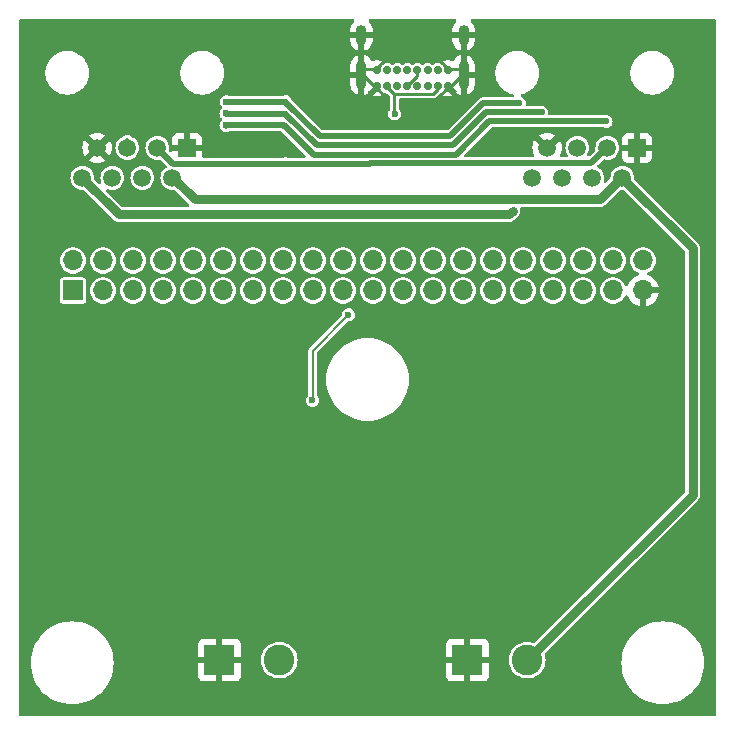
<source format=gbl>
%TF.GenerationSoftware,KiCad,Pcbnew,8.0.4*%
%TF.CreationDate,2024-08-22T23:27:10+01:00*%
%TF.ProjectId,PicoChainZero,5069636f-4368-4616-996e-5a65726f2e6b,v1.1*%
%TF.SameCoordinates,Original*%
%TF.FileFunction,Copper,L2,Bot*%
%TF.FilePolarity,Positive*%
%FSLAX46Y46*%
G04 Gerber Fmt 4.6, Leading zero omitted, Abs format (unit mm)*
G04 Created by KiCad (PCBNEW 8.0.4) date 2024-08-22 23:27:10*
%MOMM*%
%LPD*%
G01*
G04 APERTURE LIST*
%TA.AperFunction,ComponentPad*%
%ADD10R,2.600000X2.600000*%
%TD*%
%TA.AperFunction,ComponentPad*%
%ADD11C,2.600000*%
%TD*%
%TA.AperFunction,ComponentPad*%
%ADD12R,1.500000X1.500000*%
%TD*%
%TA.AperFunction,ComponentPad*%
%ADD13C,1.500000*%
%TD*%
%TA.AperFunction,ComponentPad*%
%ADD14R,1.700000X1.700000*%
%TD*%
%TA.AperFunction,ComponentPad*%
%ADD15O,1.700000X1.700000*%
%TD*%
%TA.AperFunction,ComponentPad*%
%ADD16C,0.700000*%
%TD*%
%TA.AperFunction,ComponentPad*%
%ADD17O,0.900000X2.400000*%
%TD*%
%TA.AperFunction,ComponentPad*%
%ADD18O,0.900000X1.700000*%
%TD*%
%TA.AperFunction,ViaPad*%
%ADD19C,0.600000*%
%TD*%
%TA.AperFunction,Conductor*%
%ADD20C,0.200000*%
%TD*%
%TA.AperFunction,Conductor*%
%ADD21C,0.254000*%
%TD*%
%TA.AperFunction,Conductor*%
%ADD22C,0.762000*%
%TD*%
%TA.AperFunction,Conductor*%
%ADD23C,0.508000*%
%TD*%
G04 APERTURE END LIST*
D10*
%TO.P,J6,1,Pin_1*%
%TO.N,GND*%
X117455000Y-94765000D03*
D11*
%TO.P,J6,2,Pin_2*%
%TO.N,+12V*%
X122535000Y-94765000D03*
%TD*%
D12*
%TO.P,J1,1*%
%TO.N,GND*%
X114744500Y-51396000D03*
D13*
%TO.P,J1,2*%
%TO.N,+24V*%
X113474500Y-53936000D03*
%TO.P,J1,3*%
%TO.N,Net-(U2-DSCLM)*%
X112204500Y-51396000D03*
%TO.P,J1,4*%
%TO.N,Net-(U2-DSCLP)*%
X110934500Y-53936000D03*
%TO.P,J1,5*%
%TO.N,Net-(U2-DSDAP)*%
X109664500Y-51396000D03*
%TO.P,J1,6*%
%TO.N,Net-(U2-DSDAM)*%
X108394500Y-53936000D03*
%TO.P,J1,7*%
%TO.N,GND*%
X107124500Y-51396000D03*
%TO.P,J1,8*%
%TO.N,+12V*%
X105854500Y-53936000D03*
%TD*%
D14*
%TO.P,J5,1,Pin_1*%
%TO.N,unconnected-(J5-Pin_1-Pad1)*%
X105077000Y-63472000D03*
D15*
%TO.P,J5,2,Pin_2*%
%TO.N,+5V*%
X105077000Y-60932000D03*
%TO.P,J5,3,Pin_3*%
%TO.N,Net-(J5-Pin_3)*%
X107617000Y-63472000D03*
%TO.P,J5,4,Pin_4*%
%TO.N,unconnected-(J5-Pin_4-Pad4)*%
X107617000Y-60932000D03*
%TO.P,J5,5,Pin_5*%
%TO.N,Net-(J5-Pin_5)*%
X110157000Y-63472000D03*
%TO.P,J5,6,Pin_6*%
%TO.N,unconnected-(J5-Pin_6-Pad6)*%
X110157000Y-60932000D03*
%TO.P,J5,7,Pin_7*%
%TO.N,unconnected-(J5-Pin_7-Pad7)*%
X112697000Y-63472000D03*
%TO.P,J5,8,Pin_8*%
%TO.N,Net-(J5-Pin_8)*%
X112697000Y-60932000D03*
%TO.P,J5,9,Pin_9*%
%TO.N,unconnected-(J5-Pin_9-Pad9)*%
X115237000Y-63472000D03*
%TO.P,J5,10,Pin_10*%
%TO.N,Net-(J5-Pin_10)*%
X115237000Y-60932000D03*
%TO.P,J5,11,Pin_11*%
%TO.N,unconnected-(J5-Pin_11-Pad11)*%
X117777000Y-63472000D03*
%TO.P,J5,12,Pin_12*%
%TO.N,unconnected-(J5-Pin_12-Pad12)*%
X117777000Y-60932000D03*
%TO.P,J5,13,Pin_13*%
%TO.N,unconnected-(J5-Pin_13-Pad13)*%
X120317000Y-63472000D03*
%TO.P,J5,14,Pin_14*%
%TO.N,unconnected-(J5-Pin_14-Pad14)*%
X120317000Y-60932000D03*
%TO.P,J5,15,Pin_15*%
%TO.N,unconnected-(J5-Pin_15-Pad15)*%
X122857000Y-63472000D03*
%TO.P,J5,16,Pin_16*%
%TO.N,unconnected-(J5-Pin_16-Pad16)*%
X122857000Y-60932000D03*
%TO.P,J5,17,Pin_17*%
%TO.N,unconnected-(J5-Pin_17-Pad17)*%
X125397000Y-63472000D03*
%TO.P,J5,18,Pin_18*%
%TO.N,unconnected-(J5-Pin_18-Pad18)*%
X125397000Y-60932000D03*
%TO.P,J5,19,Pin_19*%
%TO.N,unconnected-(J5-Pin_19-Pad19)*%
X127937000Y-63472000D03*
%TO.P,J5,20,Pin_20*%
%TO.N,unconnected-(J5-Pin_20-Pad20)*%
X127937000Y-60932000D03*
%TO.P,J5,21,Pin_21*%
%TO.N,unconnected-(J5-Pin_21-Pad21)*%
X130477000Y-63472000D03*
%TO.P,J5,22,Pin_22*%
%TO.N,unconnected-(J5-Pin_22-Pad22)*%
X130477000Y-60932000D03*
%TO.P,J5,23,Pin_23*%
%TO.N,unconnected-(J5-Pin_23-Pad23)*%
X133017000Y-63472000D03*
%TO.P,J5,24,Pin_24*%
%TO.N,unconnected-(J5-Pin_24-Pad24)*%
X133017000Y-60932000D03*
%TO.P,J5,25,Pin_25*%
%TO.N,unconnected-(J5-Pin_25-Pad25)*%
X135557000Y-63472000D03*
%TO.P,J5,26,Pin_26*%
%TO.N,unconnected-(J5-Pin_26-Pad26)*%
X135557000Y-60932000D03*
%TO.P,J5,27,Pin_27*%
%TO.N,unconnected-(J5-Pin_27-Pad27)*%
X138097000Y-63472000D03*
%TO.P,J5,28,Pin_28*%
%TO.N,unconnected-(J5-Pin_28-Pad28)*%
X138097000Y-60932000D03*
%TO.P,J5,29,Pin_29*%
%TO.N,unconnected-(J5-Pin_29-Pad29)*%
X140637000Y-63472000D03*
%TO.P,J5,30,Pin_30*%
%TO.N,unconnected-(J5-Pin_30-Pad30)*%
X140637000Y-60932000D03*
%TO.P,J5,31,Pin_31*%
%TO.N,unconnected-(J5-Pin_31-Pad31)*%
X143177000Y-63472000D03*
%TO.P,J5,32,Pin_32*%
%TO.N,unconnected-(J5-Pin_32-Pad32)*%
X143177000Y-60932000D03*
%TO.P,J5,33,Pin_33*%
%TO.N,unconnected-(J5-Pin_33-Pad33)*%
X145717000Y-63472000D03*
%TO.P,J5,34,Pin_34*%
%TO.N,unconnected-(J5-Pin_34-Pad34)*%
X145717000Y-60932000D03*
%TO.P,J5,35,Pin_35*%
%TO.N,unconnected-(J5-Pin_35-Pad35)*%
X148257000Y-63472000D03*
%TO.P,J5,36,Pin_36*%
%TO.N,unconnected-(J5-Pin_36-Pad36)*%
X148257000Y-60932000D03*
%TO.P,J5,37,Pin_37*%
%TO.N,unconnected-(J5-Pin_37-Pad37)*%
X150797000Y-63472000D03*
%TO.P,J5,38,Pin_38*%
%TO.N,unconnected-(J5-Pin_38-Pad38)*%
X150797000Y-60932000D03*
%TO.P,J5,39,Pin_39*%
%TO.N,GND*%
X153337000Y-63472000D03*
%TO.P,J5,40,Pin_40*%
%TO.N,unconnected-(J5-Pin_40-Pad40)*%
X153337000Y-60932000D03*
%TD*%
D10*
%TO.P,J4,1,Pin_1*%
%TO.N,GND*%
X138455000Y-94765000D03*
D11*
%TO.P,J4,2,Pin_2*%
%TO.N,+24V*%
X143535000Y-94765000D03*
%TD*%
D16*
%TO.P,J7,A1,GND*%
%TO.N,GND*%
X136789000Y-46189000D03*
%TO.P,J7,A4,VBUS*%
%TO.N,Net-(U3-VCC)*%
X135939000Y-46189000D03*
%TO.P,J7,A5,CC1*%
%TO.N,Net-(J7-CC1)*%
X135089000Y-46189000D03*
%TO.P,J7,A6,D+*%
%TO.N,Net-(U3-USBD+)*%
X134239000Y-46189000D03*
%TO.P,J7,A7,D-*%
%TO.N,Net-(U3-USBD-)*%
X133389000Y-46189000D03*
%TO.P,J7,A8*%
%TO.N,N/C*%
X132539000Y-46189000D03*
%TO.P,J7,A9,VBUS*%
%TO.N,Net-(U3-VCC)*%
X131689000Y-46189000D03*
%TO.P,J7,A12,GND*%
%TO.N,GND*%
X130839000Y-46189000D03*
%TO.P,J7,B1,GND*%
X130839000Y-44839000D03*
%TO.P,J7,B4,VBUS*%
%TO.N,Net-(U3-VCC)*%
X131689000Y-44839000D03*
%TO.P,J7,B5,CC2*%
%TO.N,Net-(J7-CC2)*%
X132539000Y-44839000D03*
%TO.P,J7,B6,D+*%
%TO.N,Net-(U3-USBD+)*%
X133389000Y-44839000D03*
%TO.P,J7,B7,D-*%
%TO.N,Net-(U3-USBD-)*%
X134239000Y-44839000D03*
%TO.P,J7,B8*%
%TO.N,N/C*%
X135089000Y-44839000D03*
%TO.P,J7,B9,VBUS*%
%TO.N,Net-(U3-VCC)*%
X135939000Y-44839000D03*
%TO.P,J7,B12,GND*%
%TO.N,GND*%
X136789000Y-44839000D03*
D17*
%TO.P,J7,S1,SHIELD*%
X138139000Y-45209000D03*
D18*
X138139000Y-41829000D03*
D17*
X129489000Y-45209000D03*
D18*
X129489000Y-41829000D03*
%TD*%
D12*
%TO.P,J2,1*%
%TO.N,GND*%
X152844500Y-51396000D03*
D13*
%TO.P,J2,2*%
%TO.N,+24V*%
X151574500Y-53936000D03*
%TO.P,J2,3*%
%TO.N,Net-(U2-DSCLM)*%
X150304500Y-51396000D03*
%TO.P,J2,4*%
%TO.N,Net-(U2-DSCLP)*%
X149034500Y-53936000D03*
%TO.P,J2,5*%
%TO.N,Net-(U2-DSDAP)*%
X147764500Y-51396000D03*
%TO.P,J2,6*%
%TO.N,Net-(U2-DSDAM)*%
X146494500Y-53936000D03*
%TO.P,J2,7*%
%TO.N,GND*%
X145224500Y-51396000D03*
%TO.P,J2,8*%
%TO.N,+12V*%
X143954500Y-53936000D03*
%TD*%
D19*
%TO.N,+5V*%
X128397000Y-65532000D03*
X125349000Y-72771000D03*
%TO.N,+12V*%
X142299000Y-56701000D03*
%TO.N,Net-(U2-DSDAP)*%
X118031000Y-48486000D03*
X144755500Y-48387000D03*
X123018318Y-48536318D03*
%TO.N,Net-(U2-DSDAM)*%
X118059200Y-47498000D03*
X142875000Y-47625000D03*
X123046318Y-47498000D03*
%TO.N,Net-(U2-DSCLM)*%
X123056000Y-52732000D03*
%TO.N,Net-(U2-DSCLP)*%
X118031000Y-49502000D03*
X150193000Y-49149000D03*
X122984000Y-49534000D03*
%TO.N,Net-(U3-VCC)*%
X132293000Y-48514000D03*
%TD*%
D20*
%TO.N,+5V*%
X128397000Y-65532000D02*
X125353000Y-68576000D01*
X125353000Y-68576000D02*
X125353000Y-72767000D01*
D21*
%TO.N,GND*%
X136789000Y-44684000D02*
X137769000Y-44684000D01*
X130839000Y-46034000D02*
X130469000Y-46034000D01*
X137769000Y-44684000D02*
X138139000Y-45054000D01*
X137159000Y-46034000D02*
X138139000Y-45054000D01*
X129859000Y-44684000D02*
X129489000Y-45054000D01*
X130839000Y-44684000D02*
X129859000Y-44684000D01*
X136789000Y-46034000D02*
X137159000Y-46034000D01*
X130469000Y-46034000D02*
X129489000Y-45054000D01*
D22*
%TO.N,+12V*%
X142299000Y-56701000D02*
X141973000Y-57027000D01*
X108945500Y-57027000D02*
X105854500Y-53936000D01*
X141973000Y-57027000D02*
X108945500Y-57027000D01*
D23*
%TO.N,Net-(U2-DSDAP)*%
X137287000Y-51181000D02*
X140081000Y-48387000D01*
X109664500Y-50823500D02*
X109664500Y-51316000D01*
X123018318Y-48536318D02*
X123052636Y-48536318D01*
X122984000Y-48502000D02*
X118047000Y-48502000D01*
X140081000Y-48387000D02*
X144755500Y-48387000D01*
X118047000Y-48502000D02*
X118031000Y-48486000D01*
X123052636Y-48536318D02*
X125697318Y-51181000D01*
X125697318Y-51181000D02*
X137287000Y-51181000D01*
X118031000Y-48486000D02*
X118015000Y-48502000D01*
X123018318Y-48536318D02*
X122984000Y-48502000D01*
%TO.N,Net-(U2-DSDAM)*%
X137029000Y-50419000D02*
X125967318Y-50419000D01*
X125967318Y-50419000D02*
X123046318Y-47498000D01*
X142875000Y-47625000D02*
X139823000Y-47625000D01*
X139823000Y-47625000D02*
X137029000Y-50419000D01*
X123046318Y-47498000D02*
X118059200Y-47498000D01*
X146494500Y-53856000D02*
X146042000Y-53856000D01*
%TO.N,Net-(U2-DSCLM)*%
X148911500Y-52709000D02*
X150304500Y-51316000D01*
X130258000Y-52709000D02*
X148911500Y-52709000D01*
X130235000Y-52732000D02*
X130258000Y-52709000D01*
X123056000Y-52732000D02*
X130235000Y-52732000D01*
X113540500Y-52732000D02*
X112204500Y-51396000D01*
X123056000Y-52732000D02*
X113540500Y-52732000D01*
%TO.N,Net-(U2-DSCLP)*%
X118031000Y-49502000D02*
X122952000Y-49502000D01*
X150193000Y-49149000D02*
X140335000Y-49149000D01*
X129964736Y-52001000D02*
X129941736Y-52024000D01*
X125474000Y-52024000D02*
X122984000Y-49534000D01*
X140335000Y-49149000D02*
X137483000Y-52001000D01*
X129941736Y-52024000D02*
X125474000Y-52024000D01*
X118063000Y-49534000D02*
X118031000Y-49502000D01*
X137483000Y-52001000D02*
X129964736Y-52001000D01*
X118031000Y-49502000D02*
X117999000Y-49534000D01*
X122952000Y-49502000D02*
X122984000Y-49534000D01*
D21*
%TO.N,Net-(U3-VCC)*%
X132280398Y-48501398D02*
X132293000Y-48514000D01*
X135939000Y-46433000D02*
X135939000Y-46034000D01*
X132280398Y-46813320D02*
X135558680Y-46813320D01*
X131689000Y-46221922D02*
X132280398Y-46813320D01*
X131689000Y-46189000D02*
X131689000Y-46221922D01*
X132280398Y-46813320D02*
X132280398Y-48501398D01*
X135558680Y-46813320D02*
X135939000Y-46433000D01*
D22*
%TO.N,+24V*%
X157528000Y-80772000D02*
X157528000Y-59889500D01*
X113474500Y-53856000D02*
X115375500Y-55757000D01*
X115375500Y-55757000D02*
X149673500Y-55757000D01*
X151574500Y-53936000D02*
X157528000Y-59889500D01*
X143535000Y-94765000D02*
X157528000Y-80772000D01*
X149673500Y-55757000D02*
X151574500Y-53856000D01*
D21*
%TO.N,Net-(U3-USBD-)*%
X134239000Y-44839000D02*
X134239000Y-45306078D01*
X134239000Y-45306078D02*
X133389000Y-46156078D01*
X134239000Y-44791423D02*
X134239000Y-44684000D01*
X133389000Y-46156078D02*
X133389000Y-46189000D01*
%TD*%
%TA.AperFunction,Conductor*%
%TO.N,GND*%
G36*
X128826615Y-40520502D02*
G01*
X128873108Y-40574158D01*
X128883212Y-40644432D01*
X128853718Y-40709012D01*
X128847589Y-40715595D01*
X128744875Y-40818308D01*
X128744870Y-40818315D01*
X128640032Y-40975216D01*
X128567817Y-41149558D01*
X128567816Y-41149561D01*
X128531000Y-41334641D01*
X128531000Y-41575000D01*
X129189000Y-41575000D01*
X129189000Y-42083000D01*
X128531000Y-42083000D01*
X128531000Y-42323358D01*
X128567816Y-42508438D01*
X128567817Y-42508441D01*
X128640032Y-42682783D01*
X128744870Y-42839684D01*
X128744875Y-42839691D01*
X128878308Y-42973124D01*
X128878315Y-42973129D01*
X129035216Y-43077967D01*
X129209558Y-43150182D01*
X129209561Y-43150183D01*
X129235000Y-43155243D01*
X129235000Y-42389060D01*
X129248940Y-42413205D01*
X129304795Y-42469060D01*
X129373204Y-42508556D01*
X129449504Y-42529000D01*
X129528496Y-42529000D01*
X129604796Y-42508556D01*
X129673205Y-42469060D01*
X129729060Y-42413205D01*
X129743000Y-42389060D01*
X129743000Y-43155242D01*
X129768438Y-43150183D01*
X129768441Y-43150182D01*
X129942783Y-43077967D01*
X130099684Y-42973129D01*
X130099691Y-42973124D01*
X130233124Y-42839691D01*
X130233129Y-42839684D01*
X130337967Y-42682783D01*
X130410182Y-42508441D01*
X130410183Y-42508438D01*
X130446999Y-42323358D01*
X130447000Y-42323355D01*
X130447000Y-42083000D01*
X129789000Y-42083000D01*
X129789000Y-41575000D01*
X130447000Y-41575000D01*
X130447000Y-41334644D01*
X130446999Y-41334641D01*
X130410183Y-41149561D01*
X130410182Y-41149558D01*
X130337967Y-40975216D01*
X130233129Y-40818315D01*
X130233124Y-40818308D01*
X130130411Y-40715595D01*
X130096385Y-40653283D01*
X130101450Y-40582468D01*
X130143997Y-40525632D01*
X130210517Y-40500821D01*
X130219506Y-40500500D01*
X137408494Y-40500500D01*
X137476615Y-40520502D01*
X137523108Y-40574158D01*
X137533212Y-40644432D01*
X137503718Y-40709012D01*
X137497589Y-40715595D01*
X137394875Y-40818308D01*
X137394870Y-40818315D01*
X137290032Y-40975216D01*
X137217817Y-41149558D01*
X137217816Y-41149561D01*
X137181000Y-41334641D01*
X137181000Y-41575000D01*
X137839000Y-41575000D01*
X137839000Y-42083000D01*
X137181000Y-42083000D01*
X137181000Y-42323358D01*
X137217816Y-42508438D01*
X137217817Y-42508441D01*
X137290032Y-42682783D01*
X137394870Y-42839684D01*
X137394875Y-42839691D01*
X137528308Y-42973124D01*
X137528315Y-42973129D01*
X137685216Y-43077967D01*
X137859558Y-43150182D01*
X137859561Y-43150183D01*
X137885000Y-43155243D01*
X137885000Y-42389060D01*
X137898940Y-42413205D01*
X137954795Y-42469060D01*
X138023204Y-42508556D01*
X138099504Y-42529000D01*
X138178496Y-42529000D01*
X138254796Y-42508556D01*
X138323205Y-42469060D01*
X138379060Y-42413205D01*
X138393000Y-42389060D01*
X138393000Y-43155242D01*
X138418438Y-43150183D01*
X138418441Y-43150182D01*
X138592783Y-43077967D01*
X138749684Y-42973129D01*
X138749691Y-42973124D01*
X138883124Y-42839691D01*
X138883129Y-42839684D01*
X138987967Y-42682783D01*
X139060182Y-42508441D01*
X139060183Y-42508438D01*
X139096999Y-42323358D01*
X139097000Y-42323355D01*
X139097000Y-42083000D01*
X138439000Y-42083000D01*
X138439000Y-41575000D01*
X139097000Y-41575000D01*
X139097000Y-41334644D01*
X139096999Y-41334641D01*
X139060183Y-41149561D01*
X139060182Y-41149558D01*
X138987967Y-40975216D01*
X138883129Y-40818315D01*
X138883124Y-40818308D01*
X138780411Y-40715595D01*
X138746385Y-40653283D01*
X138751450Y-40582468D01*
X138793997Y-40525632D01*
X138860517Y-40500821D01*
X138869506Y-40500500D01*
X159373500Y-40500500D01*
X159441621Y-40520502D01*
X159488114Y-40574158D01*
X159499500Y-40626500D01*
X159499500Y-99373500D01*
X159479498Y-99441621D01*
X159425842Y-99488114D01*
X159373500Y-99499500D01*
X100626500Y-99499500D01*
X100558379Y-99479498D01*
X100511886Y-99425842D01*
X100500500Y-99373500D01*
X100500500Y-94999993D01*
X101494696Y-94999993D01*
X101494696Y-95000006D01*
X101513896Y-95366395D01*
X101571294Y-95728792D01*
X101666259Y-96083205D01*
X101797740Y-96425726D01*
X101797744Y-96425734D01*
X101964318Y-96752652D01*
X102164143Y-97060358D01*
X102164155Y-97060375D01*
X102395038Y-97345492D01*
X102395052Y-97345507D01*
X102654492Y-97604947D01*
X102654507Y-97604961D01*
X102939624Y-97835844D01*
X102939641Y-97835856D01*
X103113294Y-97948626D01*
X103247348Y-98035682D01*
X103574264Y-98202255D01*
X103574268Y-98202256D01*
X103574273Y-98202259D01*
X103916794Y-98333740D01*
X103916799Y-98333741D01*
X103916801Y-98333742D01*
X104271206Y-98428705D01*
X104633596Y-98486102D01*
X104633598Y-98486102D01*
X104633604Y-98486103D01*
X104999994Y-98505304D01*
X105000000Y-98505304D01*
X105000006Y-98505304D01*
X105366395Y-98486103D01*
X105366399Y-98486102D01*
X105366404Y-98486102D01*
X105728794Y-98428705D01*
X106083199Y-98333742D01*
X106083202Y-98333740D01*
X106083205Y-98333740D01*
X106425726Y-98202259D01*
X106425727Y-98202258D01*
X106425736Y-98202255D01*
X106752652Y-98035682D01*
X107060366Y-97835851D01*
X107060375Y-97835844D01*
X107345492Y-97604961D01*
X107345497Y-97604955D01*
X107345506Y-97604949D01*
X107604949Y-97345506D01*
X107604955Y-97345497D01*
X107604961Y-97345492D01*
X107835844Y-97060375D01*
X107835845Y-97060372D01*
X107835851Y-97060366D01*
X108035682Y-96752652D01*
X108202255Y-96425736D01*
X108248560Y-96305108D01*
X108333740Y-96083205D01*
X108348933Y-96026504D01*
X108428705Y-95728794D01*
X108486102Y-95366404D01*
X108486102Y-95366399D01*
X108486103Y-95366395D01*
X108505304Y-95000006D01*
X108505304Y-94999993D01*
X108486103Y-94633604D01*
X108466684Y-94511000D01*
X108428705Y-94271206D01*
X108333742Y-93916801D01*
X108333741Y-93916799D01*
X108333740Y-93916794D01*
X108202259Y-93574273D01*
X108202255Y-93574265D01*
X108202255Y-93574264D01*
X108121820Y-93416402D01*
X115647000Y-93416402D01*
X115647000Y-94511000D01*
X116856656Y-94511000D01*
X116829979Y-94575402D01*
X116805000Y-94700981D01*
X116805000Y-94829019D01*
X116829979Y-94954598D01*
X116856656Y-95019000D01*
X115647000Y-95019000D01*
X115647000Y-96113597D01*
X115653505Y-96174093D01*
X115704555Y-96310964D01*
X115704555Y-96310965D01*
X115792095Y-96427904D01*
X115909034Y-96515444D01*
X116045906Y-96566494D01*
X116106402Y-96572999D01*
X116106415Y-96573000D01*
X117201000Y-96573000D01*
X117201000Y-95363344D01*
X117265402Y-95390021D01*
X117390981Y-95415000D01*
X117519019Y-95415000D01*
X117644598Y-95390021D01*
X117709000Y-95363344D01*
X117709000Y-96573000D01*
X118803585Y-96573000D01*
X118803597Y-96572999D01*
X118864093Y-96566494D01*
X119000964Y-96515444D01*
X119000965Y-96515444D01*
X119117904Y-96427904D01*
X119205444Y-96310965D01*
X119205444Y-96310964D01*
X119256494Y-96174093D01*
X119262999Y-96113597D01*
X119263000Y-96113585D01*
X119263000Y-95019000D01*
X118053344Y-95019000D01*
X118080021Y-94954598D01*
X118105000Y-94829019D01*
X118105000Y-94765000D01*
X120975693Y-94765000D01*
X120994891Y-95008928D01*
X121052010Y-95246850D01*
X121145646Y-95472909D01*
X121273495Y-95681539D01*
X121273496Y-95681541D01*
X121432402Y-95867597D01*
X121618458Y-96026503D01*
X121618462Y-96026506D01*
X121827089Y-96154353D01*
X122053148Y-96247989D01*
X122291071Y-96305109D01*
X122535000Y-96324307D01*
X122778929Y-96305109D01*
X123016852Y-96247989D01*
X123242911Y-96154353D01*
X123451538Y-96026506D01*
X123637597Y-95867597D01*
X123796506Y-95681538D01*
X123924353Y-95472911D01*
X124017989Y-95246852D01*
X124075109Y-95008929D01*
X124094307Y-94765000D01*
X124075109Y-94521071D01*
X124017989Y-94283148D01*
X123924353Y-94057089D01*
X123796506Y-93848462D01*
X123796503Y-93848458D01*
X123637597Y-93662402D01*
X123451541Y-93503496D01*
X123451539Y-93503495D01*
X123451538Y-93503494D01*
X123309417Y-93416402D01*
X136647000Y-93416402D01*
X136647000Y-94511000D01*
X137856656Y-94511000D01*
X137829979Y-94575402D01*
X137805000Y-94700981D01*
X137805000Y-94829019D01*
X137829979Y-94954598D01*
X137856656Y-95019000D01*
X136647000Y-95019000D01*
X136647000Y-96113597D01*
X136653505Y-96174093D01*
X136704555Y-96310964D01*
X136704555Y-96310965D01*
X136792095Y-96427904D01*
X136909034Y-96515444D01*
X137045906Y-96566494D01*
X137106402Y-96572999D01*
X137106415Y-96573000D01*
X138201000Y-96573000D01*
X138201000Y-95363344D01*
X138265402Y-95390021D01*
X138390981Y-95415000D01*
X138519019Y-95415000D01*
X138644598Y-95390021D01*
X138709000Y-95363344D01*
X138709000Y-96573000D01*
X139803585Y-96573000D01*
X139803597Y-96572999D01*
X139864093Y-96566494D01*
X140000964Y-96515444D01*
X140000965Y-96515444D01*
X140117904Y-96427904D01*
X140205444Y-96310965D01*
X140205444Y-96310964D01*
X140256494Y-96174093D01*
X140262999Y-96113597D01*
X140263000Y-96113585D01*
X140263000Y-95019000D01*
X139053344Y-95019000D01*
X139080021Y-94954598D01*
X139105000Y-94829019D01*
X139105000Y-94700981D01*
X139080021Y-94575402D01*
X139053344Y-94511000D01*
X140263000Y-94511000D01*
X140263000Y-93416414D01*
X140262999Y-93416402D01*
X140256494Y-93355906D01*
X140205444Y-93219035D01*
X140205444Y-93219034D01*
X140117904Y-93102095D01*
X140000965Y-93014555D01*
X139864093Y-92963505D01*
X139803597Y-92957000D01*
X138709000Y-92957000D01*
X138709000Y-94166655D01*
X138644598Y-94139979D01*
X138519019Y-94115000D01*
X138390981Y-94115000D01*
X138265402Y-94139979D01*
X138201000Y-94166655D01*
X138201000Y-92957000D01*
X137106402Y-92957000D01*
X137045906Y-92963505D01*
X136909035Y-93014555D01*
X136909034Y-93014555D01*
X136792095Y-93102095D01*
X136704555Y-93219034D01*
X136704555Y-93219035D01*
X136653505Y-93355906D01*
X136647000Y-93416402D01*
X123309417Y-93416402D01*
X123242911Y-93375647D01*
X123016852Y-93282011D01*
X123016850Y-93282010D01*
X122854093Y-93242936D01*
X122778929Y-93224891D01*
X122535000Y-93205693D01*
X122291071Y-93224891D01*
X122053149Y-93282010D01*
X121827090Y-93375646D01*
X121618460Y-93503495D01*
X121618458Y-93503496D01*
X121432402Y-93662402D01*
X121273496Y-93848458D01*
X121273495Y-93848460D01*
X121145646Y-94057090D01*
X121052010Y-94283149D01*
X120994891Y-94521071D01*
X120975693Y-94765000D01*
X118105000Y-94765000D01*
X118105000Y-94700981D01*
X118080021Y-94575402D01*
X118053344Y-94511000D01*
X119263000Y-94511000D01*
X119263000Y-93416414D01*
X119262999Y-93416402D01*
X119256494Y-93355906D01*
X119205444Y-93219035D01*
X119205444Y-93219034D01*
X119117904Y-93102095D01*
X119000965Y-93014555D01*
X118864093Y-92963505D01*
X118803597Y-92957000D01*
X117709000Y-92957000D01*
X117709000Y-94166655D01*
X117644598Y-94139979D01*
X117519019Y-94115000D01*
X117390981Y-94115000D01*
X117265402Y-94139979D01*
X117201000Y-94166655D01*
X117201000Y-92957000D01*
X116106402Y-92957000D01*
X116045906Y-92963505D01*
X115909035Y-93014555D01*
X115909034Y-93014555D01*
X115792095Y-93102095D01*
X115704555Y-93219034D01*
X115704555Y-93219035D01*
X115653505Y-93355906D01*
X115647000Y-93416402D01*
X108121820Y-93416402D01*
X108035682Y-93247348D01*
X107835851Y-92939634D01*
X107835844Y-92939624D01*
X107604961Y-92654507D01*
X107604947Y-92654492D01*
X107345507Y-92395052D01*
X107345492Y-92395038D01*
X107060375Y-92164155D01*
X107060358Y-92164143D01*
X106752652Y-91964318D01*
X106425734Y-91797744D01*
X106425726Y-91797740D01*
X106083205Y-91666259D01*
X105728792Y-91571294D01*
X105366395Y-91513896D01*
X105000006Y-91494696D01*
X104999994Y-91494696D01*
X104633604Y-91513896D01*
X104271207Y-91571294D01*
X103916794Y-91666259D01*
X103574273Y-91797740D01*
X103574265Y-91797744D01*
X103247347Y-91964318D01*
X102939641Y-92164143D01*
X102939624Y-92164155D01*
X102654507Y-92395038D01*
X102654492Y-92395052D01*
X102395052Y-92654492D01*
X102395038Y-92654507D01*
X102164155Y-92939624D01*
X102164143Y-92939641D01*
X101964318Y-93247347D01*
X101797744Y-93574265D01*
X101797740Y-93574273D01*
X101666259Y-93916794D01*
X101571294Y-94271207D01*
X101513896Y-94633604D01*
X101494696Y-94999993D01*
X100500500Y-94999993D01*
X100500500Y-72770999D01*
X124789715Y-72770999D01*
X124789715Y-72771000D01*
X124808771Y-72915752D01*
X124864644Y-73050641D01*
X124864649Y-73050649D01*
X124953525Y-73166474D01*
X125069350Y-73255350D01*
X125069357Y-73255355D01*
X125204246Y-73311228D01*
X125349000Y-73330285D01*
X125493754Y-73311228D01*
X125628643Y-73255355D01*
X125744474Y-73166474D01*
X125833355Y-73050643D01*
X125889228Y-72915754D01*
X125908285Y-72771000D01*
X125905869Y-72752652D01*
X125889228Y-72626247D01*
X125889228Y-72626246D01*
X125833355Y-72491358D01*
X125783001Y-72425736D01*
X125744473Y-72375525D01*
X125744397Y-72375449D01*
X125744353Y-72375369D01*
X125739447Y-72368975D01*
X125740444Y-72368209D01*
X125710377Y-72313134D01*
X125707500Y-72286361D01*
X125707500Y-70999993D01*
X126494696Y-70999993D01*
X126494696Y-71000006D01*
X126513896Y-71366395D01*
X126571294Y-71728792D01*
X126666259Y-72083205D01*
X126797740Y-72425726D01*
X126797744Y-72425734D01*
X126964318Y-72752652D01*
X127164143Y-73060358D01*
X127164155Y-73060375D01*
X127395038Y-73345492D01*
X127395052Y-73345507D01*
X127654492Y-73604947D01*
X127654507Y-73604961D01*
X127939624Y-73835844D01*
X127939641Y-73835856D01*
X128113294Y-73948626D01*
X128247348Y-74035682D01*
X128574264Y-74202255D01*
X128574268Y-74202256D01*
X128574273Y-74202259D01*
X128916794Y-74333740D01*
X128916799Y-74333741D01*
X128916801Y-74333742D01*
X129271206Y-74428705D01*
X129633596Y-74486102D01*
X129633598Y-74486102D01*
X129633604Y-74486103D01*
X129999994Y-74505304D01*
X130000000Y-74505304D01*
X130000006Y-74505304D01*
X130366395Y-74486103D01*
X130366399Y-74486102D01*
X130366404Y-74486102D01*
X130728794Y-74428705D01*
X131083199Y-74333742D01*
X131083202Y-74333740D01*
X131083205Y-74333740D01*
X131425726Y-74202259D01*
X131425727Y-74202258D01*
X131425736Y-74202255D01*
X131752652Y-74035682D01*
X132060366Y-73835851D01*
X132060375Y-73835844D01*
X132345492Y-73604961D01*
X132345497Y-73604955D01*
X132345506Y-73604949D01*
X132604949Y-73345506D01*
X132604955Y-73345497D01*
X132604961Y-73345492D01*
X132835844Y-73060375D01*
X132835845Y-73060372D01*
X132835851Y-73060366D01*
X133035682Y-72752652D01*
X133202255Y-72425736D01*
X133221529Y-72375525D01*
X133333740Y-72083205D01*
X133377437Y-71920127D01*
X133428705Y-71728794D01*
X133486102Y-71366404D01*
X133486102Y-71366399D01*
X133486103Y-71366395D01*
X133505304Y-71000006D01*
X133505304Y-70999993D01*
X133486103Y-70633604D01*
X133428705Y-70271207D01*
X133333740Y-69916794D01*
X133202259Y-69574273D01*
X133202255Y-69574265D01*
X133202255Y-69574264D01*
X133035682Y-69247348D01*
X132835851Y-68939634D01*
X132835844Y-68939624D01*
X132604961Y-68654507D01*
X132604947Y-68654492D01*
X132345507Y-68395052D01*
X132345492Y-68395038D01*
X132060375Y-68164155D01*
X132060358Y-68164143D01*
X131752652Y-67964318D01*
X131425734Y-67797744D01*
X131425726Y-67797740D01*
X131083205Y-67666259D01*
X130728792Y-67571294D01*
X130366395Y-67513896D01*
X130000006Y-67494696D01*
X129999994Y-67494696D01*
X129633604Y-67513896D01*
X129271207Y-67571294D01*
X128916794Y-67666259D01*
X128574273Y-67797740D01*
X128574265Y-67797744D01*
X128247347Y-67964318D01*
X127939641Y-68164143D01*
X127939624Y-68164155D01*
X127654507Y-68395038D01*
X127654492Y-68395052D01*
X127395052Y-68654492D01*
X127395038Y-68654507D01*
X127164155Y-68939624D01*
X127164143Y-68939641D01*
X126964318Y-69247347D01*
X126797744Y-69574265D01*
X126797740Y-69574273D01*
X126666259Y-69916794D01*
X126571294Y-70271207D01*
X126513896Y-70633604D01*
X126494696Y-70999993D01*
X125707500Y-70999993D01*
X125707500Y-68775028D01*
X125727502Y-68706907D01*
X125744400Y-68685938D01*
X128302148Y-66128189D01*
X128364460Y-66094164D01*
X128391243Y-66091285D01*
X128397000Y-66091285D01*
X128541754Y-66072228D01*
X128676643Y-66016355D01*
X128792474Y-65927474D01*
X128881355Y-65811643D01*
X128937228Y-65676754D01*
X128956285Y-65532000D01*
X128937228Y-65387246D01*
X128881355Y-65252358D01*
X128792474Y-65136526D01*
X128792472Y-65136524D01*
X128792471Y-65136523D01*
X128676649Y-65047649D01*
X128676641Y-65047644D01*
X128541752Y-64991771D01*
X128397000Y-64972715D01*
X128252247Y-64991771D01*
X128184802Y-65019708D01*
X128117358Y-65047645D01*
X128117357Y-65047646D01*
X128117356Y-65047646D01*
X128001526Y-65136526D01*
X127912646Y-65252356D01*
X127912645Y-65252358D01*
X127884708Y-65319802D01*
X127856771Y-65387247D01*
X127837715Y-65531999D01*
X127837715Y-65537755D01*
X127817713Y-65605876D01*
X127800809Y-65626850D01*
X125135332Y-68292329D01*
X125102331Y-68325330D01*
X125069330Y-68358330D01*
X125069326Y-68358335D01*
X125022659Y-68439166D01*
X124998500Y-68529325D01*
X124998500Y-72278879D01*
X124978498Y-72347000D01*
X124958462Y-72368783D01*
X124959365Y-72369686D01*
X124953531Y-72375519D01*
X124864646Y-72491356D01*
X124864645Y-72491358D01*
X124836708Y-72558802D01*
X124808771Y-72626247D01*
X124789715Y-72770999D01*
X100500500Y-72770999D01*
X100500500Y-62596930D01*
X103972500Y-62596930D01*
X103972500Y-64347063D01*
X103972501Y-64347073D01*
X103987265Y-64421300D01*
X104043516Y-64505484D01*
X104127697Y-64561733D01*
X104127699Y-64561734D01*
X104201933Y-64576500D01*
X105952066Y-64576499D01*
X105952069Y-64576498D01*
X105952073Y-64576498D01*
X106001326Y-64566701D01*
X106026301Y-64561734D01*
X106110484Y-64505484D01*
X106166734Y-64421301D01*
X106181500Y-64347067D01*
X106181499Y-63471995D01*
X106507768Y-63471995D01*
X106507768Y-63472004D01*
X106526654Y-63675819D01*
X106576047Y-63849418D01*
X106582672Y-63872701D01*
X106673912Y-64055935D01*
X106673913Y-64055936D01*
X106797266Y-64219284D01*
X106948536Y-64357185D01*
X107122566Y-64464940D01*
X107122568Y-64464940D01*
X107122573Y-64464944D01*
X107313444Y-64538888D01*
X107514653Y-64576500D01*
X107514655Y-64576500D01*
X107719345Y-64576500D01*
X107719347Y-64576500D01*
X107920556Y-64538888D01*
X108111427Y-64464944D01*
X108285462Y-64357186D01*
X108436732Y-64219285D01*
X108560088Y-64055935D01*
X108651328Y-63872701D01*
X108707345Y-63675821D01*
X108726232Y-63472000D01*
X108726232Y-63471995D01*
X109047768Y-63471995D01*
X109047768Y-63472004D01*
X109066654Y-63675819D01*
X109116047Y-63849418D01*
X109122672Y-63872701D01*
X109213912Y-64055935D01*
X109213913Y-64055936D01*
X109337266Y-64219284D01*
X109488536Y-64357185D01*
X109662566Y-64464940D01*
X109662568Y-64464940D01*
X109662573Y-64464944D01*
X109853444Y-64538888D01*
X110054653Y-64576500D01*
X110054655Y-64576500D01*
X110259345Y-64576500D01*
X110259347Y-64576500D01*
X110460556Y-64538888D01*
X110651427Y-64464944D01*
X110825462Y-64357186D01*
X110976732Y-64219285D01*
X111100088Y-64055935D01*
X111191328Y-63872701D01*
X111247345Y-63675821D01*
X111266232Y-63472000D01*
X111266232Y-63471995D01*
X111587768Y-63471995D01*
X111587768Y-63472004D01*
X111606654Y-63675819D01*
X111656047Y-63849418D01*
X111662672Y-63872701D01*
X111753912Y-64055935D01*
X111753913Y-64055936D01*
X111877266Y-64219284D01*
X112028536Y-64357185D01*
X112202566Y-64464940D01*
X112202568Y-64464940D01*
X112202573Y-64464944D01*
X112393444Y-64538888D01*
X112594653Y-64576500D01*
X112594655Y-64576500D01*
X112799345Y-64576500D01*
X112799347Y-64576500D01*
X113000556Y-64538888D01*
X113191427Y-64464944D01*
X113365462Y-64357186D01*
X113516732Y-64219285D01*
X113640088Y-64055935D01*
X113731328Y-63872701D01*
X113787345Y-63675821D01*
X113806232Y-63472000D01*
X113806232Y-63471995D01*
X114127768Y-63471995D01*
X114127768Y-63472004D01*
X114146654Y-63675819D01*
X114196047Y-63849418D01*
X114202672Y-63872701D01*
X114293912Y-64055935D01*
X114293913Y-64055936D01*
X114417266Y-64219284D01*
X114568536Y-64357185D01*
X114742566Y-64464940D01*
X114742568Y-64464940D01*
X114742573Y-64464944D01*
X114933444Y-64538888D01*
X115134653Y-64576500D01*
X115134655Y-64576500D01*
X115339345Y-64576500D01*
X115339347Y-64576500D01*
X115540556Y-64538888D01*
X115731427Y-64464944D01*
X115905462Y-64357186D01*
X116056732Y-64219285D01*
X116180088Y-64055935D01*
X116271328Y-63872701D01*
X116327345Y-63675821D01*
X116346232Y-63472000D01*
X116346232Y-63471995D01*
X116667768Y-63471995D01*
X116667768Y-63472004D01*
X116686654Y-63675819D01*
X116736047Y-63849418D01*
X116742672Y-63872701D01*
X116833912Y-64055935D01*
X116833913Y-64055936D01*
X116957266Y-64219284D01*
X117108536Y-64357185D01*
X117282566Y-64464940D01*
X117282568Y-64464940D01*
X117282573Y-64464944D01*
X117473444Y-64538888D01*
X117674653Y-64576500D01*
X117674655Y-64576500D01*
X117879345Y-64576500D01*
X117879347Y-64576500D01*
X118080556Y-64538888D01*
X118271427Y-64464944D01*
X118445462Y-64357186D01*
X118596732Y-64219285D01*
X118720088Y-64055935D01*
X118811328Y-63872701D01*
X118867345Y-63675821D01*
X118886232Y-63472000D01*
X118886232Y-63471995D01*
X119207768Y-63471995D01*
X119207768Y-63472004D01*
X119226654Y-63675819D01*
X119276047Y-63849418D01*
X119282672Y-63872701D01*
X119373912Y-64055935D01*
X119373913Y-64055936D01*
X119497266Y-64219284D01*
X119648536Y-64357185D01*
X119822566Y-64464940D01*
X119822568Y-64464940D01*
X119822573Y-64464944D01*
X120013444Y-64538888D01*
X120214653Y-64576500D01*
X120214655Y-64576500D01*
X120419345Y-64576500D01*
X120419347Y-64576500D01*
X120620556Y-64538888D01*
X120811427Y-64464944D01*
X120985462Y-64357186D01*
X121136732Y-64219285D01*
X121260088Y-64055935D01*
X121351328Y-63872701D01*
X121407345Y-63675821D01*
X121426232Y-63472000D01*
X121426232Y-63471995D01*
X121747768Y-63471995D01*
X121747768Y-63472004D01*
X121766654Y-63675819D01*
X121816047Y-63849418D01*
X121822672Y-63872701D01*
X121913912Y-64055935D01*
X121913913Y-64055936D01*
X122037266Y-64219284D01*
X122188536Y-64357185D01*
X122362566Y-64464940D01*
X122362568Y-64464940D01*
X122362573Y-64464944D01*
X122553444Y-64538888D01*
X122754653Y-64576500D01*
X122754655Y-64576500D01*
X122959345Y-64576500D01*
X122959347Y-64576500D01*
X123160556Y-64538888D01*
X123351427Y-64464944D01*
X123525462Y-64357186D01*
X123676732Y-64219285D01*
X123800088Y-64055935D01*
X123891328Y-63872701D01*
X123947345Y-63675821D01*
X123966232Y-63472000D01*
X123966232Y-63471995D01*
X124287768Y-63471995D01*
X124287768Y-63472004D01*
X124306654Y-63675819D01*
X124356047Y-63849418D01*
X124362672Y-63872701D01*
X124453912Y-64055935D01*
X124453913Y-64055936D01*
X124577266Y-64219284D01*
X124728536Y-64357185D01*
X124902566Y-64464940D01*
X124902568Y-64464940D01*
X124902573Y-64464944D01*
X125093444Y-64538888D01*
X125294653Y-64576500D01*
X125294655Y-64576500D01*
X125499345Y-64576500D01*
X125499347Y-64576500D01*
X125700556Y-64538888D01*
X125891427Y-64464944D01*
X126065462Y-64357186D01*
X126216732Y-64219285D01*
X126340088Y-64055935D01*
X126431328Y-63872701D01*
X126487345Y-63675821D01*
X126506232Y-63472000D01*
X126506232Y-63471995D01*
X126827768Y-63471995D01*
X126827768Y-63472004D01*
X126846654Y-63675819D01*
X126896047Y-63849418D01*
X126902672Y-63872701D01*
X126993912Y-64055935D01*
X126993913Y-64055936D01*
X127117266Y-64219284D01*
X127268536Y-64357185D01*
X127442566Y-64464940D01*
X127442568Y-64464940D01*
X127442573Y-64464944D01*
X127633444Y-64538888D01*
X127834653Y-64576500D01*
X127834655Y-64576500D01*
X128039345Y-64576500D01*
X128039347Y-64576500D01*
X128240556Y-64538888D01*
X128431427Y-64464944D01*
X128605462Y-64357186D01*
X128756732Y-64219285D01*
X128880088Y-64055935D01*
X128971328Y-63872701D01*
X129027345Y-63675821D01*
X129046232Y-63472000D01*
X129046232Y-63471995D01*
X129367768Y-63471995D01*
X129367768Y-63472004D01*
X129386654Y-63675819D01*
X129436047Y-63849418D01*
X129442672Y-63872701D01*
X129533912Y-64055935D01*
X129533913Y-64055936D01*
X129657266Y-64219284D01*
X129808536Y-64357185D01*
X129982566Y-64464940D01*
X129982568Y-64464940D01*
X129982573Y-64464944D01*
X130173444Y-64538888D01*
X130374653Y-64576500D01*
X130374655Y-64576500D01*
X130579345Y-64576500D01*
X130579347Y-64576500D01*
X130780556Y-64538888D01*
X130971427Y-64464944D01*
X131145462Y-64357186D01*
X131296732Y-64219285D01*
X131420088Y-64055935D01*
X131511328Y-63872701D01*
X131567345Y-63675821D01*
X131586232Y-63472000D01*
X131586232Y-63471995D01*
X131907768Y-63471995D01*
X131907768Y-63472004D01*
X131926654Y-63675819D01*
X131976047Y-63849418D01*
X131982672Y-63872701D01*
X132073912Y-64055935D01*
X132073913Y-64055936D01*
X132197266Y-64219284D01*
X132348536Y-64357185D01*
X132522566Y-64464940D01*
X132522568Y-64464940D01*
X132522573Y-64464944D01*
X132713444Y-64538888D01*
X132914653Y-64576500D01*
X132914655Y-64576500D01*
X133119345Y-64576500D01*
X133119347Y-64576500D01*
X133320556Y-64538888D01*
X133511427Y-64464944D01*
X133685462Y-64357186D01*
X133836732Y-64219285D01*
X133960088Y-64055935D01*
X134051328Y-63872701D01*
X134107345Y-63675821D01*
X134126232Y-63472000D01*
X134126232Y-63471995D01*
X134447768Y-63471995D01*
X134447768Y-63472004D01*
X134466654Y-63675819D01*
X134516047Y-63849418D01*
X134522672Y-63872701D01*
X134613912Y-64055935D01*
X134613913Y-64055936D01*
X134737266Y-64219284D01*
X134888536Y-64357185D01*
X135062566Y-64464940D01*
X135062568Y-64464940D01*
X135062573Y-64464944D01*
X135253444Y-64538888D01*
X135454653Y-64576500D01*
X135454655Y-64576500D01*
X135659345Y-64576500D01*
X135659347Y-64576500D01*
X135860556Y-64538888D01*
X136051427Y-64464944D01*
X136225462Y-64357186D01*
X136376732Y-64219285D01*
X136500088Y-64055935D01*
X136591328Y-63872701D01*
X136647345Y-63675821D01*
X136666232Y-63472000D01*
X136666232Y-63471995D01*
X136987768Y-63471995D01*
X136987768Y-63472004D01*
X137006654Y-63675819D01*
X137056047Y-63849418D01*
X137062672Y-63872701D01*
X137153912Y-64055935D01*
X137153913Y-64055936D01*
X137277266Y-64219284D01*
X137428536Y-64357185D01*
X137602566Y-64464940D01*
X137602568Y-64464940D01*
X137602573Y-64464944D01*
X137793444Y-64538888D01*
X137994653Y-64576500D01*
X137994655Y-64576500D01*
X138199345Y-64576500D01*
X138199347Y-64576500D01*
X138400556Y-64538888D01*
X138591427Y-64464944D01*
X138765462Y-64357186D01*
X138916732Y-64219285D01*
X139040088Y-64055935D01*
X139131328Y-63872701D01*
X139187345Y-63675821D01*
X139206232Y-63472000D01*
X139206232Y-63471995D01*
X139527768Y-63471995D01*
X139527768Y-63472004D01*
X139546654Y-63675819D01*
X139596047Y-63849418D01*
X139602672Y-63872701D01*
X139693912Y-64055935D01*
X139693913Y-64055936D01*
X139817266Y-64219284D01*
X139968536Y-64357185D01*
X140142566Y-64464940D01*
X140142568Y-64464940D01*
X140142573Y-64464944D01*
X140333444Y-64538888D01*
X140534653Y-64576500D01*
X140534655Y-64576500D01*
X140739345Y-64576500D01*
X140739347Y-64576500D01*
X140940556Y-64538888D01*
X141131427Y-64464944D01*
X141305462Y-64357186D01*
X141456732Y-64219285D01*
X141580088Y-64055935D01*
X141671328Y-63872701D01*
X141727345Y-63675821D01*
X141746232Y-63472000D01*
X141746232Y-63471995D01*
X142067768Y-63471995D01*
X142067768Y-63472004D01*
X142086654Y-63675819D01*
X142136047Y-63849418D01*
X142142672Y-63872701D01*
X142233912Y-64055935D01*
X142233913Y-64055936D01*
X142357266Y-64219284D01*
X142508536Y-64357185D01*
X142682566Y-64464940D01*
X142682568Y-64464940D01*
X142682573Y-64464944D01*
X142873444Y-64538888D01*
X143074653Y-64576500D01*
X143074655Y-64576500D01*
X143279345Y-64576500D01*
X143279347Y-64576500D01*
X143480556Y-64538888D01*
X143671427Y-64464944D01*
X143845462Y-64357186D01*
X143996732Y-64219285D01*
X144120088Y-64055935D01*
X144211328Y-63872701D01*
X144267345Y-63675821D01*
X144286232Y-63472000D01*
X144286232Y-63471995D01*
X144607768Y-63471995D01*
X144607768Y-63472004D01*
X144626654Y-63675819D01*
X144676047Y-63849418D01*
X144682672Y-63872701D01*
X144773912Y-64055935D01*
X144773913Y-64055936D01*
X144897266Y-64219284D01*
X145048536Y-64357185D01*
X145222566Y-64464940D01*
X145222568Y-64464940D01*
X145222573Y-64464944D01*
X145413444Y-64538888D01*
X145614653Y-64576500D01*
X145614655Y-64576500D01*
X145819345Y-64576500D01*
X145819347Y-64576500D01*
X146020556Y-64538888D01*
X146211427Y-64464944D01*
X146385462Y-64357186D01*
X146536732Y-64219285D01*
X146660088Y-64055935D01*
X146751328Y-63872701D01*
X146807345Y-63675821D01*
X146826232Y-63472000D01*
X146826232Y-63471995D01*
X147147768Y-63471995D01*
X147147768Y-63472004D01*
X147166654Y-63675819D01*
X147216047Y-63849418D01*
X147222672Y-63872701D01*
X147313912Y-64055935D01*
X147313913Y-64055936D01*
X147437266Y-64219284D01*
X147588536Y-64357185D01*
X147762566Y-64464940D01*
X147762568Y-64464940D01*
X147762573Y-64464944D01*
X147953444Y-64538888D01*
X148154653Y-64576500D01*
X148154655Y-64576500D01*
X148359345Y-64576500D01*
X148359347Y-64576500D01*
X148560556Y-64538888D01*
X148751427Y-64464944D01*
X148925462Y-64357186D01*
X149076732Y-64219285D01*
X149200088Y-64055935D01*
X149291328Y-63872701D01*
X149347345Y-63675821D01*
X149366232Y-63472000D01*
X149366232Y-63471995D01*
X149687768Y-63471995D01*
X149687768Y-63472004D01*
X149706654Y-63675819D01*
X149756047Y-63849418D01*
X149762672Y-63872701D01*
X149853912Y-64055935D01*
X149853913Y-64055936D01*
X149977266Y-64219284D01*
X150128536Y-64357185D01*
X150302566Y-64464940D01*
X150302568Y-64464940D01*
X150302573Y-64464944D01*
X150493444Y-64538888D01*
X150694653Y-64576500D01*
X150694655Y-64576500D01*
X150899345Y-64576500D01*
X150899347Y-64576500D01*
X151100556Y-64538888D01*
X151291427Y-64464944D01*
X151465462Y-64357186D01*
X151616732Y-64219285D01*
X151740088Y-64055935D01*
X151816998Y-63901478D01*
X151865265Y-63849418D01*
X151934019Y-63831715D01*
X152001430Y-63853994D01*
X152046094Y-63909181D01*
X152047563Y-63913052D01*
X152138580Y-64120548D01*
X152261674Y-64308958D01*
X152414097Y-64474534D01*
X152591698Y-64612767D01*
X152591699Y-64612768D01*
X152789628Y-64719882D01*
X152789630Y-64719883D01*
X153002483Y-64792955D01*
X153002492Y-64792957D01*
X153083000Y-64806391D01*
X153083000Y-63902702D01*
X153144007Y-63937925D01*
X153271174Y-63972000D01*
X153402826Y-63972000D01*
X153529993Y-63937925D01*
X153591000Y-63902702D01*
X153591000Y-64806390D01*
X153671507Y-64792957D01*
X153671516Y-64792955D01*
X153884369Y-64719883D01*
X153884371Y-64719882D01*
X154082300Y-64612768D01*
X154082301Y-64612767D01*
X154259902Y-64474534D01*
X154412325Y-64308958D01*
X154535419Y-64120548D01*
X154625820Y-63914456D01*
X154625823Y-63914449D01*
X154673544Y-63726000D01*
X153767703Y-63726000D01*
X153802925Y-63664993D01*
X153837000Y-63537826D01*
X153837000Y-63406174D01*
X153802925Y-63279007D01*
X153767703Y-63218000D01*
X154673544Y-63218000D01*
X154673544Y-63217999D01*
X154625823Y-63029550D01*
X154625820Y-63029543D01*
X154535419Y-62823451D01*
X154412325Y-62635041D01*
X154259902Y-62469465D01*
X154082301Y-62331232D01*
X154082300Y-62331231D01*
X153884371Y-62224117D01*
X153884369Y-62224116D01*
X153773195Y-62185951D01*
X153715260Y-62144914D01*
X153688708Y-62079069D01*
X153701969Y-62009322D01*
X153750834Y-61957817D01*
X153768581Y-61949290D01*
X153831427Y-61924944D01*
X154005462Y-61817186D01*
X154156732Y-61679285D01*
X154280088Y-61515935D01*
X154371328Y-61332701D01*
X154427345Y-61135821D01*
X154446232Y-60932000D01*
X154427345Y-60728179D01*
X154371328Y-60531299D01*
X154280088Y-60348065D01*
X154239538Y-60294368D01*
X154156733Y-60184715D01*
X154005463Y-60046814D01*
X153831433Y-59939059D01*
X153831428Y-59939057D01*
X153831427Y-59939056D01*
X153640559Y-59865113D01*
X153640560Y-59865113D01*
X153640557Y-59865112D01*
X153640556Y-59865112D01*
X153439347Y-59827500D01*
X153234653Y-59827500D01*
X153033444Y-59865112D01*
X153033439Y-59865113D01*
X152842577Y-59939054D01*
X152842566Y-59939059D01*
X152668536Y-60046814D01*
X152517266Y-60184715D01*
X152393913Y-60348063D01*
X152302671Y-60531301D01*
X152246654Y-60728180D01*
X152227768Y-60931995D01*
X152227768Y-60932004D01*
X152246654Y-61135819D01*
X152246655Y-61135821D01*
X152302672Y-61332701D01*
X152393912Y-61515935D01*
X152393913Y-61515936D01*
X152517266Y-61679284D01*
X152668536Y-61817185D01*
X152842566Y-61924940D01*
X152842568Y-61924940D01*
X152842573Y-61924944D01*
X152892333Y-61944221D01*
X152905409Y-61949287D01*
X152961704Y-61992546D01*
X152985674Y-62059374D01*
X152969710Y-62128552D01*
X152918879Y-62178118D01*
X152900804Y-62185951D01*
X152789631Y-62224116D01*
X152789628Y-62224117D01*
X152591699Y-62331231D01*
X152591698Y-62331232D01*
X152414097Y-62469465D01*
X152261674Y-62635041D01*
X152138580Y-62823451D01*
X152046084Y-63034320D01*
X152044472Y-63033612D01*
X152007903Y-63085218D01*
X151942053Y-63111757D01*
X151872309Y-63098481D01*
X151820813Y-63049606D01*
X151817005Y-63042535D01*
X151740088Y-62888065D01*
X151691294Y-62823451D01*
X151616733Y-62724715D01*
X151465463Y-62586814D01*
X151291433Y-62479059D01*
X151291428Y-62479057D01*
X151291427Y-62479056D01*
X151266670Y-62469465D01*
X151100559Y-62405113D01*
X151100560Y-62405113D01*
X151100557Y-62405112D01*
X151100556Y-62405112D01*
X150899347Y-62367500D01*
X150694653Y-62367500D01*
X150493444Y-62405112D01*
X150493439Y-62405113D01*
X150302577Y-62479054D01*
X150302566Y-62479059D01*
X150128536Y-62586814D01*
X149977266Y-62724715D01*
X149853913Y-62888063D01*
X149762671Y-63071301D01*
X149706654Y-63268180D01*
X149687768Y-63471995D01*
X149366232Y-63471995D01*
X149360132Y-63406174D01*
X149348348Y-63279007D01*
X149347345Y-63268179D01*
X149291328Y-63071299D01*
X149200088Y-62888065D01*
X149151294Y-62823451D01*
X149076733Y-62724715D01*
X148925463Y-62586814D01*
X148751433Y-62479059D01*
X148751428Y-62479057D01*
X148751427Y-62479056D01*
X148726670Y-62469465D01*
X148560559Y-62405113D01*
X148560560Y-62405113D01*
X148560557Y-62405112D01*
X148560556Y-62405112D01*
X148359347Y-62367500D01*
X148154653Y-62367500D01*
X147953444Y-62405112D01*
X147953439Y-62405113D01*
X147762577Y-62479054D01*
X147762566Y-62479059D01*
X147588536Y-62586814D01*
X147437266Y-62724715D01*
X147313913Y-62888063D01*
X147222671Y-63071301D01*
X147166654Y-63268180D01*
X147147768Y-63471995D01*
X146826232Y-63471995D01*
X146820132Y-63406174D01*
X146808348Y-63279007D01*
X146807345Y-63268179D01*
X146751328Y-63071299D01*
X146660088Y-62888065D01*
X146611294Y-62823451D01*
X146536733Y-62724715D01*
X146385463Y-62586814D01*
X146211433Y-62479059D01*
X146211428Y-62479057D01*
X146211427Y-62479056D01*
X146186670Y-62469465D01*
X146020559Y-62405113D01*
X146020560Y-62405113D01*
X146020557Y-62405112D01*
X146020556Y-62405112D01*
X145819347Y-62367500D01*
X145614653Y-62367500D01*
X145413444Y-62405112D01*
X145413439Y-62405113D01*
X145222577Y-62479054D01*
X145222566Y-62479059D01*
X145048536Y-62586814D01*
X144897266Y-62724715D01*
X144773913Y-62888063D01*
X144682671Y-63071301D01*
X144626654Y-63268180D01*
X144607768Y-63471995D01*
X144286232Y-63471995D01*
X144280132Y-63406174D01*
X144268348Y-63279007D01*
X144267345Y-63268179D01*
X144211328Y-63071299D01*
X144120088Y-62888065D01*
X144071294Y-62823451D01*
X143996733Y-62724715D01*
X143845463Y-62586814D01*
X143671433Y-62479059D01*
X143671428Y-62479057D01*
X143671427Y-62479056D01*
X143646670Y-62469465D01*
X143480559Y-62405113D01*
X143480560Y-62405113D01*
X143480557Y-62405112D01*
X143480556Y-62405112D01*
X143279347Y-62367500D01*
X143074653Y-62367500D01*
X142873444Y-62405112D01*
X142873439Y-62405113D01*
X142682577Y-62479054D01*
X142682566Y-62479059D01*
X142508536Y-62586814D01*
X142357266Y-62724715D01*
X142233913Y-62888063D01*
X142142671Y-63071301D01*
X142086654Y-63268180D01*
X142067768Y-63471995D01*
X141746232Y-63471995D01*
X141740132Y-63406174D01*
X141728348Y-63279007D01*
X141727345Y-63268179D01*
X141671328Y-63071299D01*
X141580088Y-62888065D01*
X141531294Y-62823451D01*
X141456733Y-62724715D01*
X141305463Y-62586814D01*
X141131433Y-62479059D01*
X141131428Y-62479057D01*
X141131427Y-62479056D01*
X141106670Y-62469465D01*
X140940559Y-62405113D01*
X140940560Y-62405113D01*
X140940557Y-62405112D01*
X140940556Y-62405112D01*
X140739347Y-62367500D01*
X140534653Y-62367500D01*
X140333444Y-62405112D01*
X140333439Y-62405113D01*
X140142577Y-62479054D01*
X140142566Y-62479059D01*
X139968536Y-62586814D01*
X139817266Y-62724715D01*
X139693913Y-62888063D01*
X139602671Y-63071301D01*
X139546654Y-63268180D01*
X139527768Y-63471995D01*
X139206232Y-63471995D01*
X139200132Y-63406174D01*
X139188348Y-63279007D01*
X139187345Y-63268179D01*
X139131328Y-63071299D01*
X139040088Y-62888065D01*
X138991294Y-62823451D01*
X138916733Y-62724715D01*
X138765463Y-62586814D01*
X138591433Y-62479059D01*
X138591428Y-62479057D01*
X138591427Y-62479056D01*
X138566670Y-62469465D01*
X138400559Y-62405113D01*
X138400560Y-62405113D01*
X138400557Y-62405112D01*
X138400556Y-62405112D01*
X138199347Y-62367500D01*
X137994653Y-62367500D01*
X137793444Y-62405112D01*
X137793439Y-62405113D01*
X137602577Y-62479054D01*
X137602566Y-62479059D01*
X137428536Y-62586814D01*
X137277266Y-62724715D01*
X137153913Y-62888063D01*
X137062671Y-63071301D01*
X137006654Y-63268180D01*
X136987768Y-63471995D01*
X136666232Y-63471995D01*
X136660132Y-63406174D01*
X136648348Y-63279007D01*
X136647345Y-63268179D01*
X136591328Y-63071299D01*
X136500088Y-62888065D01*
X136451294Y-62823451D01*
X136376733Y-62724715D01*
X136225463Y-62586814D01*
X136051433Y-62479059D01*
X136051428Y-62479057D01*
X136051427Y-62479056D01*
X136026670Y-62469465D01*
X135860559Y-62405113D01*
X135860560Y-62405113D01*
X135860557Y-62405112D01*
X135860556Y-62405112D01*
X135659347Y-62367500D01*
X135454653Y-62367500D01*
X135253444Y-62405112D01*
X135253439Y-62405113D01*
X135062577Y-62479054D01*
X135062566Y-62479059D01*
X134888536Y-62586814D01*
X134737266Y-62724715D01*
X134613913Y-62888063D01*
X134522671Y-63071301D01*
X134466654Y-63268180D01*
X134447768Y-63471995D01*
X134126232Y-63471995D01*
X134120132Y-63406174D01*
X134108348Y-63279007D01*
X134107345Y-63268179D01*
X134051328Y-63071299D01*
X133960088Y-62888065D01*
X133911294Y-62823451D01*
X133836733Y-62724715D01*
X133685463Y-62586814D01*
X133511433Y-62479059D01*
X133511428Y-62479057D01*
X133511427Y-62479056D01*
X133486670Y-62469465D01*
X133320559Y-62405113D01*
X133320560Y-62405113D01*
X133320557Y-62405112D01*
X133320556Y-62405112D01*
X133119347Y-62367500D01*
X132914653Y-62367500D01*
X132713444Y-62405112D01*
X132713439Y-62405113D01*
X132522577Y-62479054D01*
X132522566Y-62479059D01*
X132348536Y-62586814D01*
X132197266Y-62724715D01*
X132073913Y-62888063D01*
X131982671Y-63071301D01*
X131926654Y-63268180D01*
X131907768Y-63471995D01*
X131586232Y-63471995D01*
X131580132Y-63406174D01*
X131568348Y-63279007D01*
X131567345Y-63268179D01*
X131511328Y-63071299D01*
X131420088Y-62888065D01*
X131371294Y-62823451D01*
X131296733Y-62724715D01*
X131145463Y-62586814D01*
X130971433Y-62479059D01*
X130971428Y-62479057D01*
X130971427Y-62479056D01*
X130946670Y-62469465D01*
X130780559Y-62405113D01*
X130780560Y-62405113D01*
X130780557Y-62405112D01*
X130780556Y-62405112D01*
X130579347Y-62367500D01*
X130374653Y-62367500D01*
X130173444Y-62405112D01*
X130173439Y-62405113D01*
X129982577Y-62479054D01*
X129982566Y-62479059D01*
X129808536Y-62586814D01*
X129657266Y-62724715D01*
X129533913Y-62888063D01*
X129442671Y-63071301D01*
X129386654Y-63268180D01*
X129367768Y-63471995D01*
X129046232Y-63471995D01*
X129040132Y-63406174D01*
X129028348Y-63279007D01*
X129027345Y-63268179D01*
X128971328Y-63071299D01*
X128880088Y-62888065D01*
X128831294Y-62823451D01*
X128756733Y-62724715D01*
X128605463Y-62586814D01*
X128431433Y-62479059D01*
X128431428Y-62479057D01*
X128431427Y-62479056D01*
X128406670Y-62469465D01*
X128240559Y-62405113D01*
X128240560Y-62405113D01*
X128240557Y-62405112D01*
X128240556Y-62405112D01*
X128039347Y-62367500D01*
X127834653Y-62367500D01*
X127633444Y-62405112D01*
X127633439Y-62405113D01*
X127442577Y-62479054D01*
X127442566Y-62479059D01*
X127268536Y-62586814D01*
X127117266Y-62724715D01*
X126993913Y-62888063D01*
X126902671Y-63071301D01*
X126846654Y-63268180D01*
X126827768Y-63471995D01*
X126506232Y-63471995D01*
X126500132Y-63406174D01*
X126488348Y-63279007D01*
X126487345Y-63268179D01*
X126431328Y-63071299D01*
X126340088Y-62888065D01*
X126291294Y-62823451D01*
X126216733Y-62724715D01*
X126065463Y-62586814D01*
X125891433Y-62479059D01*
X125891428Y-62479057D01*
X125891427Y-62479056D01*
X125866670Y-62469465D01*
X125700559Y-62405113D01*
X125700560Y-62405113D01*
X125700557Y-62405112D01*
X125700556Y-62405112D01*
X125499347Y-62367500D01*
X125294653Y-62367500D01*
X125093444Y-62405112D01*
X125093439Y-62405113D01*
X124902577Y-62479054D01*
X124902566Y-62479059D01*
X124728536Y-62586814D01*
X124577266Y-62724715D01*
X124453913Y-62888063D01*
X124362671Y-63071301D01*
X124306654Y-63268180D01*
X124287768Y-63471995D01*
X123966232Y-63471995D01*
X123960132Y-63406174D01*
X123948348Y-63279007D01*
X123947345Y-63268179D01*
X123891328Y-63071299D01*
X123800088Y-62888065D01*
X123751294Y-62823451D01*
X123676733Y-62724715D01*
X123525463Y-62586814D01*
X123351433Y-62479059D01*
X123351428Y-62479057D01*
X123351427Y-62479056D01*
X123326670Y-62469465D01*
X123160559Y-62405113D01*
X123160560Y-62405113D01*
X123160557Y-62405112D01*
X123160556Y-62405112D01*
X122959347Y-62367500D01*
X122754653Y-62367500D01*
X122553444Y-62405112D01*
X122553439Y-62405113D01*
X122362577Y-62479054D01*
X122362566Y-62479059D01*
X122188536Y-62586814D01*
X122037266Y-62724715D01*
X121913913Y-62888063D01*
X121822671Y-63071301D01*
X121766654Y-63268180D01*
X121747768Y-63471995D01*
X121426232Y-63471995D01*
X121420132Y-63406174D01*
X121408348Y-63279007D01*
X121407345Y-63268179D01*
X121351328Y-63071299D01*
X121260088Y-62888065D01*
X121211294Y-62823451D01*
X121136733Y-62724715D01*
X120985463Y-62586814D01*
X120811433Y-62479059D01*
X120811428Y-62479057D01*
X120811427Y-62479056D01*
X120786670Y-62469465D01*
X120620559Y-62405113D01*
X120620560Y-62405113D01*
X120620557Y-62405112D01*
X120620556Y-62405112D01*
X120419347Y-62367500D01*
X120214653Y-62367500D01*
X120013444Y-62405112D01*
X120013439Y-62405113D01*
X119822577Y-62479054D01*
X119822566Y-62479059D01*
X119648536Y-62586814D01*
X119497266Y-62724715D01*
X119373913Y-62888063D01*
X119282671Y-63071301D01*
X119226654Y-63268180D01*
X119207768Y-63471995D01*
X118886232Y-63471995D01*
X118880132Y-63406174D01*
X118868348Y-63279007D01*
X118867345Y-63268179D01*
X118811328Y-63071299D01*
X118720088Y-62888065D01*
X118671294Y-62823451D01*
X118596733Y-62724715D01*
X118445463Y-62586814D01*
X118271433Y-62479059D01*
X118271428Y-62479057D01*
X118271427Y-62479056D01*
X118246670Y-62469465D01*
X118080559Y-62405113D01*
X118080560Y-62405113D01*
X118080557Y-62405112D01*
X118080556Y-62405112D01*
X117879347Y-62367500D01*
X117674653Y-62367500D01*
X117473444Y-62405112D01*
X117473439Y-62405113D01*
X117282577Y-62479054D01*
X117282566Y-62479059D01*
X117108536Y-62586814D01*
X116957266Y-62724715D01*
X116833913Y-62888063D01*
X116742671Y-63071301D01*
X116686654Y-63268180D01*
X116667768Y-63471995D01*
X116346232Y-63471995D01*
X116340132Y-63406174D01*
X116328348Y-63279007D01*
X116327345Y-63268179D01*
X116271328Y-63071299D01*
X116180088Y-62888065D01*
X116131294Y-62823451D01*
X116056733Y-62724715D01*
X115905463Y-62586814D01*
X115731433Y-62479059D01*
X115731428Y-62479057D01*
X115731427Y-62479056D01*
X115706670Y-62469465D01*
X115540559Y-62405113D01*
X115540560Y-62405113D01*
X115540557Y-62405112D01*
X115540556Y-62405112D01*
X115339347Y-62367500D01*
X115134653Y-62367500D01*
X114933444Y-62405112D01*
X114933439Y-62405113D01*
X114742577Y-62479054D01*
X114742566Y-62479059D01*
X114568536Y-62586814D01*
X114417266Y-62724715D01*
X114293913Y-62888063D01*
X114202671Y-63071301D01*
X114146654Y-63268180D01*
X114127768Y-63471995D01*
X113806232Y-63471995D01*
X113800132Y-63406174D01*
X113788348Y-63279007D01*
X113787345Y-63268179D01*
X113731328Y-63071299D01*
X113640088Y-62888065D01*
X113591294Y-62823451D01*
X113516733Y-62724715D01*
X113365463Y-62586814D01*
X113191433Y-62479059D01*
X113191428Y-62479057D01*
X113191427Y-62479056D01*
X113166670Y-62469465D01*
X113000559Y-62405113D01*
X113000560Y-62405113D01*
X113000557Y-62405112D01*
X113000556Y-62405112D01*
X112799347Y-62367500D01*
X112594653Y-62367500D01*
X112393444Y-62405112D01*
X112393439Y-62405113D01*
X112202577Y-62479054D01*
X112202566Y-62479059D01*
X112028536Y-62586814D01*
X111877266Y-62724715D01*
X111753913Y-62888063D01*
X111662671Y-63071301D01*
X111606654Y-63268180D01*
X111587768Y-63471995D01*
X111266232Y-63471995D01*
X111260132Y-63406174D01*
X111248348Y-63279007D01*
X111247345Y-63268179D01*
X111191328Y-63071299D01*
X111100088Y-62888065D01*
X111051294Y-62823451D01*
X110976733Y-62724715D01*
X110825463Y-62586814D01*
X110651433Y-62479059D01*
X110651428Y-62479057D01*
X110651427Y-62479056D01*
X110626670Y-62469465D01*
X110460559Y-62405113D01*
X110460560Y-62405113D01*
X110460557Y-62405112D01*
X110460556Y-62405112D01*
X110259347Y-62367500D01*
X110054653Y-62367500D01*
X109853444Y-62405112D01*
X109853439Y-62405113D01*
X109662577Y-62479054D01*
X109662566Y-62479059D01*
X109488536Y-62586814D01*
X109337266Y-62724715D01*
X109213913Y-62888063D01*
X109122671Y-63071301D01*
X109066654Y-63268180D01*
X109047768Y-63471995D01*
X108726232Y-63471995D01*
X108720132Y-63406174D01*
X108708348Y-63279007D01*
X108707345Y-63268179D01*
X108651328Y-63071299D01*
X108560088Y-62888065D01*
X108511294Y-62823451D01*
X108436733Y-62724715D01*
X108285463Y-62586814D01*
X108111433Y-62479059D01*
X108111428Y-62479057D01*
X108111427Y-62479056D01*
X108086670Y-62469465D01*
X107920559Y-62405113D01*
X107920560Y-62405113D01*
X107920557Y-62405112D01*
X107920556Y-62405112D01*
X107719347Y-62367500D01*
X107514653Y-62367500D01*
X107313444Y-62405112D01*
X107313439Y-62405113D01*
X107122577Y-62479054D01*
X107122566Y-62479059D01*
X106948536Y-62586814D01*
X106797266Y-62724715D01*
X106673913Y-62888063D01*
X106582671Y-63071301D01*
X106526654Y-63268180D01*
X106507768Y-63471995D01*
X106181499Y-63471995D01*
X106181499Y-62596934D01*
X106181498Y-62596930D01*
X106181498Y-62596926D01*
X106166734Y-62522699D01*
X106110483Y-62438515D01*
X106026302Y-62382266D01*
X105952067Y-62367500D01*
X104201936Y-62367500D01*
X104201926Y-62367501D01*
X104127699Y-62382265D01*
X104043515Y-62438516D01*
X103987266Y-62522697D01*
X103972500Y-62596930D01*
X100500500Y-62596930D01*
X100500500Y-60931995D01*
X103967768Y-60931995D01*
X103967768Y-60932004D01*
X103986654Y-61135819D01*
X103986655Y-61135821D01*
X104042672Y-61332701D01*
X104133912Y-61515935D01*
X104133913Y-61515936D01*
X104257266Y-61679284D01*
X104408536Y-61817185D01*
X104582566Y-61924940D01*
X104582568Y-61924940D01*
X104582573Y-61924944D01*
X104773444Y-61998888D01*
X104974653Y-62036500D01*
X104974655Y-62036500D01*
X105179345Y-62036500D01*
X105179347Y-62036500D01*
X105380556Y-61998888D01*
X105571427Y-61924944D01*
X105745462Y-61817186D01*
X105896732Y-61679285D01*
X106020088Y-61515935D01*
X106111328Y-61332701D01*
X106167345Y-61135821D01*
X106186232Y-60932000D01*
X106186232Y-60931995D01*
X106507768Y-60931995D01*
X106507768Y-60932004D01*
X106526654Y-61135819D01*
X106526655Y-61135821D01*
X106582672Y-61332701D01*
X106673912Y-61515935D01*
X106673913Y-61515936D01*
X106797266Y-61679284D01*
X106948536Y-61817185D01*
X107122566Y-61924940D01*
X107122568Y-61924940D01*
X107122573Y-61924944D01*
X107313444Y-61998888D01*
X107514653Y-62036500D01*
X107514655Y-62036500D01*
X107719345Y-62036500D01*
X107719347Y-62036500D01*
X107920556Y-61998888D01*
X108111427Y-61924944D01*
X108285462Y-61817186D01*
X108436732Y-61679285D01*
X108560088Y-61515935D01*
X108651328Y-61332701D01*
X108707345Y-61135821D01*
X108726232Y-60932000D01*
X108726232Y-60931995D01*
X109047768Y-60931995D01*
X109047768Y-60932004D01*
X109066654Y-61135819D01*
X109066655Y-61135821D01*
X109122672Y-61332701D01*
X109213912Y-61515935D01*
X109213913Y-61515936D01*
X109337266Y-61679284D01*
X109488536Y-61817185D01*
X109662566Y-61924940D01*
X109662568Y-61924940D01*
X109662573Y-61924944D01*
X109853444Y-61998888D01*
X110054653Y-62036500D01*
X110054655Y-62036500D01*
X110259345Y-62036500D01*
X110259347Y-62036500D01*
X110460556Y-61998888D01*
X110651427Y-61924944D01*
X110825462Y-61817186D01*
X110976732Y-61679285D01*
X111100088Y-61515935D01*
X111191328Y-61332701D01*
X111247345Y-61135821D01*
X111266232Y-60932000D01*
X111266232Y-60931995D01*
X111587768Y-60931995D01*
X111587768Y-60932004D01*
X111606654Y-61135819D01*
X111606655Y-61135821D01*
X111662672Y-61332701D01*
X111753912Y-61515935D01*
X111753913Y-61515936D01*
X111877266Y-61679284D01*
X112028536Y-61817185D01*
X112202566Y-61924940D01*
X112202568Y-61924940D01*
X112202573Y-61924944D01*
X112393444Y-61998888D01*
X112594653Y-62036500D01*
X112594655Y-62036500D01*
X112799345Y-62036500D01*
X112799347Y-62036500D01*
X113000556Y-61998888D01*
X113191427Y-61924944D01*
X113365462Y-61817186D01*
X113516732Y-61679285D01*
X113640088Y-61515935D01*
X113731328Y-61332701D01*
X113787345Y-61135821D01*
X113806232Y-60932000D01*
X113806232Y-60931995D01*
X114127768Y-60931995D01*
X114127768Y-60932004D01*
X114146654Y-61135819D01*
X114146655Y-61135821D01*
X114202672Y-61332701D01*
X114293912Y-61515935D01*
X114293913Y-61515936D01*
X114417266Y-61679284D01*
X114568536Y-61817185D01*
X114742566Y-61924940D01*
X114742568Y-61924940D01*
X114742573Y-61924944D01*
X114933444Y-61998888D01*
X115134653Y-62036500D01*
X115134655Y-62036500D01*
X115339345Y-62036500D01*
X115339347Y-62036500D01*
X115540556Y-61998888D01*
X115731427Y-61924944D01*
X115905462Y-61817186D01*
X116056732Y-61679285D01*
X116180088Y-61515935D01*
X116271328Y-61332701D01*
X116327345Y-61135821D01*
X116346232Y-60932000D01*
X116346232Y-60931995D01*
X116667768Y-60931995D01*
X116667768Y-60932004D01*
X116686654Y-61135819D01*
X116686655Y-61135821D01*
X116742672Y-61332701D01*
X116833912Y-61515935D01*
X116833913Y-61515936D01*
X116957266Y-61679284D01*
X117108536Y-61817185D01*
X117282566Y-61924940D01*
X117282568Y-61924940D01*
X117282573Y-61924944D01*
X117473444Y-61998888D01*
X117674653Y-62036500D01*
X117674655Y-62036500D01*
X117879345Y-62036500D01*
X117879347Y-62036500D01*
X118080556Y-61998888D01*
X118271427Y-61924944D01*
X118445462Y-61817186D01*
X118596732Y-61679285D01*
X118720088Y-61515935D01*
X118811328Y-61332701D01*
X118867345Y-61135821D01*
X118886232Y-60932000D01*
X118886232Y-60931995D01*
X119207768Y-60931995D01*
X119207768Y-60932004D01*
X119226654Y-61135819D01*
X119226655Y-61135821D01*
X119282672Y-61332701D01*
X119373912Y-61515935D01*
X119373913Y-61515936D01*
X119497266Y-61679284D01*
X119648536Y-61817185D01*
X119822566Y-61924940D01*
X119822568Y-61924940D01*
X119822573Y-61924944D01*
X120013444Y-61998888D01*
X120214653Y-62036500D01*
X120214655Y-62036500D01*
X120419345Y-62036500D01*
X120419347Y-62036500D01*
X120620556Y-61998888D01*
X120811427Y-61924944D01*
X120985462Y-61817186D01*
X121136732Y-61679285D01*
X121260088Y-61515935D01*
X121351328Y-61332701D01*
X121407345Y-61135821D01*
X121426232Y-60932000D01*
X121426232Y-60931995D01*
X121747768Y-60931995D01*
X121747768Y-60932004D01*
X121766654Y-61135819D01*
X121766655Y-61135821D01*
X121822672Y-61332701D01*
X121913912Y-61515935D01*
X121913913Y-61515936D01*
X122037266Y-61679284D01*
X122188536Y-61817185D01*
X122362566Y-61924940D01*
X122362568Y-61924940D01*
X122362573Y-61924944D01*
X122553444Y-61998888D01*
X122754653Y-62036500D01*
X122754655Y-62036500D01*
X122959345Y-62036500D01*
X122959347Y-62036500D01*
X123160556Y-61998888D01*
X123351427Y-61924944D01*
X123525462Y-61817186D01*
X123676732Y-61679285D01*
X123800088Y-61515935D01*
X123891328Y-61332701D01*
X123947345Y-61135821D01*
X123966232Y-60932000D01*
X123966232Y-60931995D01*
X124287768Y-60931995D01*
X124287768Y-60932004D01*
X124306654Y-61135819D01*
X124306655Y-61135821D01*
X124362672Y-61332701D01*
X124453912Y-61515935D01*
X124453913Y-61515936D01*
X124577266Y-61679284D01*
X124728536Y-61817185D01*
X124902566Y-61924940D01*
X124902568Y-61924940D01*
X124902573Y-61924944D01*
X125093444Y-61998888D01*
X125294653Y-62036500D01*
X125294655Y-62036500D01*
X125499345Y-62036500D01*
X125499347Y-62036500D01*
X125700556Y-61998888D01*
X125891427Y-61924944D01*
X126065462Y-61817186D01*
X126216732Y-61679285D01*
X126340088Y-61515935D01*
X126431328Y-61332701D01*
X126487345Y-61135821D01*
X126506232Y-60932000D01*
X126506232Y-60931995D01*
X126827768Y-60931995D01*
X126827768Y-60932004D01*
X126846654Y-61135819D01*
X126846655Y-61135821D01*
X126902672Y-61332701D01*
X126993912Y-61515935D01*
X126993913Y-61515936D01*
X127117266Y-61679284D01*
X127268536Y-61817185D01*
X127442566Y-61924940D01*
X127442568Y-61924940D01*
X127442573Y-61924944D01*
X127633444Y-61998888D01*
X127834653Y-62036500D01*
X127834655Y-62036500D01*
X128039345Y-62036500D01*
X128039347Y-62036500D01*
X128240556Y-61998888D01*
X128431427Y-61924944D01*
X128605462Y-61817186D01*
X128756732Y-61679285D01*
X128880088Y-61515935D01*
X128971328Y-61332701D01*
X129027345Y-61135821D01*
X129046232Y-60932000D01*
X129046232Y-60931995D01*
X129367768Y-60931995D01*
X129367768Y-60932004D01*
X129386654Y-61135819D01*
X129386655Y-61135821D01*
X129442672Y-61332701D01*
X129533912Y-61515935D01*
X129533913Y-61515936D01*
X129657266Y-61679284D01*
X129808536Y-61817185D01*
X129982566Y-61924940D01*
X129982568Y-61924940D01*
X129982573Y-61924944D01*
X130173444Y-61998888D01*
X130374653Y-62036500D01*
X130374655Y-62036500D01*
X130579345Y-62036500D01*
X130579347Y-62036500D01*
X130780556Y-61998888D01*
X130971427Y-61924944D01*
X131145462Y-61817186D01*
X131296732Y-61679285D01*
X131420088Y-61515935D01*
X131511328Y-61332701D01*
X131567345Y-61135821D01*
X131586232Y-60932000D01*
X131586232Y-60931995D01*
X131907768Y-60931995D01*
X131907768Y-60932004D01*
X131926654Y-61135819D01*
X131926655Y-61135821D01*
X131982672Y-61332701D01*
X132073912Y-61515935D01*
X132073913Y-61515936D01*
X132197266Y-61679284D01*
X132348536Y-61817185D01*
X132522566Y-61924940D01*
X132522568Y-61924940D01*
X132522573Y-61924944D01*
X132713444Y-61998888D01*
X132914653Y-62036500D01*
X132914655Y-62036500D01*
X133119345Y-62036500D01*
X133119347Y-62036500D01*
X133320556Y-61998888D01*
X133511427Y-61924944D01*
X133685462Y-61817186D01*
X133836732Y-61679285D01*
X133960088Y-61515935D01*
X134051328Y-61332701D01*
X134107345Y-61135821D01*
X134126232Y-60932000D01*
X134126232Y-60931995D01*
X134447768Y-60931995D01*
X134447768Y-60932004D01*
X134466654Y-61135819D01*
X134466655Y-61135821D01*
X134522672Y-61332701D01*
X134613912Y-61515935D01*
X134613913Y-61515936D01*
X134737266Y-61679284D01*
X134888536Y-61817185D01*
X135062566Y-61924940D01*
X135062568Y-61924940D01*
X135062573Y-61924944D01*
X135253444Y-61998888D01*
X135454653Y-62036500D01*
X135454655Y-62036500D01*
X135659345Y-62036500D01*
X135659347Y-62036500D01*
X135860556Y-61998888D01*
X136051427Y-61924944D01*
X136225462Y-61817186D01*
X136376732Y-61679285D01*
X136500088Y-61515935D01*
X136591328Y-61332701D01*
X136647345Y-61135821D01*
X136666232Y-60932000D01*
X136666232Y-60931995D01*
X136987768Y-60931995D01*
X136987768Y-60932004D01*
X137006654Y-61135819D01*
X137006655Y-61135821D01*
X137062672Y-61332701D01*
X137153912Y-61515935D01*
X137153913Y-61515936D01*
X137277266Y-61679284D01*
X137428536Y-61817185D01*
X137602566Y-61924940D01*
X137602568Y-61924940D01*
X137602573Y-61924944D01*
X137793444Y-61998888D01*
X137994653Y-62036500D01*
X137994655Y-62036500D01*
X138199345Y-62036500D01*
X138199347Y-62036500D01*
X138400556Y-61998888D01*
X138591427Y-61924944D01*
X138765462Y-61817186D01*
X138916732Y-61679285D01*
X139040088Y-61515935D01*
X139131328Y-61332701D01*
X139187345Y-61135821D01*
X139206232Y-60932000D01*
X139206232Y-60931995D01*
X139527768Y-60931995D01*
X139527768Y-60932004D01*
X139546654Y-61135819D01*
X139546655Y-61135821D01*
X139602672Y-61332701D01*
X139693912Y-61515935D01*
X139693913Y-61515936D01*
X139817266Y-61679284D01*
X139968536Y-61817185D01*
X140142566Y-61924940D01*
X140142568Y-61924940D01*
X140142573Y-61924944D01*
X140333444Y-61998888D01*
X140534653Y-62036500D01*
X140534655Y-62036500D01*
X140739345Y-62036500D01*
X140739347Y-62036500D01*
X140940556Y-61998888D01*
X141131427Y-61924944D01*
X141305462Y-61817186D01*
X141456732Y-61679285D01*
X141580088Y-61515935D01*
X141671328Y-61332701D01*
X141727345Y-61135821D01*
X141746232Y-60932000D01*
X141746232Y-60931995D01*
X142067768Y-60931995D01*
X142067768Y-60932004D01*
X142086654Y-61135819D01*
X142086655Y-61135821D01*
X142142672Y-61332701D01*
X142233912Y-61515935D01*
X142233913Y-61515936D01*
X142357266Y-61679284D01*
X142508536Y-61817185D01*
X142682566Y-61924940D01*
X142682568Y-61924940D01*
X142682573Y-61924944D01*
X142873444Y-61998888D01*
X143074653Y-62036500D01*
X143074655Y-62036500D01*
X143279345Y-62036500D01*
X143279347Y-62036500D01*
X143480556Y-61998888D01*
X143671427Y-61924944D01*
X143845462Y-61817186D01*
X143996732Y-61679285D01*
X144120088Y-61515935D01*
X144211328Y-61332701D01*
X144267345Y-61135821D01*
X144286232Y-60932000D01*
X144286232Y-60931995D01*
X144607768Y-60931995D01*
X144607768Y-60932004D01*
X144626654Y-61135819D01*
X144626655Y-61135821D01*
X144682672Y-61332701D01*
X144773912Y-61515935D01*
X144773913Y-61515936D01*
X144897266Y-61679284D01*
X145048536Y-61817185D01*
X145222566Y-61924940D01*
X145222568Y-61924940D01*
X145222573Y-61924944D01*
X145413444Y-61998888D01*
X145614653Y-62036500D01*
X145614655Y-62036500D01*
X145819345Y-62036500D01*
X145819347Y-62036500D01*
X146020556Y-61998888D01*
X146211427Y-61924944D01*
X146385462Y-61817186D01*
X146536732Y-61679285D01*
X146660088Y-61515935D01*
X146751328Y-61332701D01*
X146807345Y-61135821D01*
X146826232Y-60932000D01*
X146826232Y-60931995D01*
X147147768Y-60931995D01*
X147147768Y-60932004D01*
X147166654Y-61135819D01*
X147166655Y-61135821D01*
X147222672Y-61332701D01*
X147313912Y-61515935D01*
X147313913Y-61515936D01*
X147437266Y-61679284D01*
X147588536Y-61817185D01*
X147762566Y-61924940D01*
X147762568Y-61924940D01*
X147762573Y-61924944D01*
X147953444Y-61998888D01*
X148154653Y-62036500D01*
X148154655Y-62036500D01*
X148359345Y-62036500D01*
X148359347Y-62036500D01*
X148560556Y-61998888D01*
X148751427Y-61924944D01*
X148925462Y-61817186D01*
X149076732Y-61679285D01*
X149200088Y-61515935D01*
X149291328Y-61332701D01*
X149347345Y-61135821D01*
X149366232Y-60932000D01*
X149366232Y-60931995D01*
X149687768Y-60931995D01*
X149687768Y-60932004D01*
X149706654Y-61135819D01*
X149706655Y-61135821D01*
X149762672Y-61332701D01*
X149853912Y-61515935D01*
X149853913Y-61515936D01*
X149977266Y-61679284D01*
X150128536Y-61817185D01*
X150302566Y-61924940D01*
X150302568Y-61924940D01*
X150302573Y-61924944D01*
X150493444Y-61998888D01*
X150694653Y-62036500D01*
X150694655Y-62036500D01*
X150899345Y-62036500D01*
X150899347Y-62036500D01*
X151100556Y-61998888D01*
X151291427Y-61924944D01*
X151465462Y-61817186D01*
X151616732Y-61679285D01*
X151740088Y-61515935D01*
X151831328Y-61332701D01*
X151887345Y-61135821D01*
X151906232Y-60932000D01*
X151887345Y-60728179D01*
X151831328Y-60531299D01*
X151740088Y-60348065D01*
X151699538Y-60294368D01*
X151616733Y-60184715D01*
X151465463Y-60046814D01*
X151291433Y-59939059D01*
X151291428Y-59939057D01*
X151291427Y-59939056D01*
X151100559Y-59865113D01*
X151100560Y-59865113D01*
X151100557Y-59865112D01*
X151100556Y-59865112D01*
X150899347Y-59827500D01*
X150694653Y-59827500D01*
X150493444Y-59865112D01*
X150493439Y-59865113D01*
X150302577Y-59939054D01*
X150302566Y-59939059D01*
X150128536Y-60046814D01*
X149977266Y-60184715D01*
X149853913Y-60348063D01*
X149762671Y-60531301D01*
X149706654Y-60728180D01*
X149687768Y-60931995D01*
X149366232Y-60931995D01*
X149347345Y-60728179D01*
X149291328Y-60531299D01*
X149200088Y-60348065D01*
X149159538Y-60294368D01*
X149076733Y-60184715D01*
X148925463Y-60046814D01*
X148751433Y-59939059D01*
X148751428Y-59939057D01*
X148751427Y-59939056D01*
X148560559Y-59865113D01*
X148560560Y-59865113D01*
X148560557Y-59865112D01*
X148560556Y-59865112D01*
X148359347Y-59827500D01*
X148154653Y-59827500D01*
X147953444Y-59865112D01*
X147953439Y-59865113D01*
X147762577Y-59939054D01*
X147762566Y-59939059D01*
X147588536Y-60046814D01*
X147437266Y-60184715D01*
X147313913Y-60348063D01*
X147222671Y-60531301D01*
X147166654Y-60728180D01*
X147147768Y-60931995D01*
X146826232Y-60931995D01*
X146807345Y-60728179D01*
X146751328Y-60531299D01*
X146660088Y-60348065D01*
X146619538Y-60294368D01*
X146536733Y-60184715D01*
X146385463Y-60046814D01*
X146211433Y-59939059D01*
X146211428Y-59939057D01*
X146211427Y-59939056D01*
X146020559Y-59865113D01*
X146020560Y-59865113D01*
X146020557Y-59865112D01*
X146020556Y-59865112D01*
X145819347Y-59827500D01*
X145614653Y-59827500D01*
X145413444Y-59865112D01*
X145413439Y-59865113D01*
X145222577Y-59939054D01*
X145222566Y-59939059D01*
X145048536Y-60046814D01*
X144897266Y-60184715D01*
X144773913Y-60348063D01*
X144682671Y-60531301D01*
X144626654Y-60728180D01*
X144607768Y-60931995D01*
X144286232Y-60931995D01*
X144267345Y-60728179D01*
X144211328Y-60531299D01*
X144120088Y-60348065D01*
X144079538Y-60294368D01*
X143996733Y-60184715D01*
X143845463Y-60046814D01*
X143671433Y-59939059D01*
X143671428Y-59939057D01*
X143671427Y-59939056D01*
X143480559Y-59865113D01*
X143480560Y-59865113D01*
X143480557Y-59865112D01*
X143480556Y-59865112D01*
X143279347Y-59827500D01*
X143074653Y-59827500D01*
X142873444Y-59865112D01*
X142873439Y-59865113D01*
X142682577Y-59939054D01*
X142682566Y-59939059D01*
X142508536Y-60046814D01*
X142357266Y-60184715D01*
X142233913Y-60348063D01*
X142142671Y-60531301D01*
X142086654Y-60728180D01*
X142067768Y-60931995D01*
X141746232Y-60931995D01*
X141727345Y-60728179D01*
X141671328Y-60531299D01*
X141580088Y-60348065D01*
X141539538Y-60294368D01*
X141456733Y-60184715D01*
X141305463Y-60046814D01*
X141131433Y-59939059D01*
X141131428Y-59939057D01*
X141131427Y-59939056D01*
X140940559Y-59865113D01*
X140940560Y-59865113D01*
X140940557Y-59865112D01*
X140940556Y-59865112D01*
X140739347Y-59827500D01*
X140534653Y-59827500D01*
X140333444Y-59865112D01*
X140333439Y-59865113D01*
X140142577Y-59939054D01*
X140142566Y-59939059D01*
X139968536Y-60046814D01*
X139817266Y-60184715D01*
X139693913Y-60348063D01*
X139602671Y-60531301D01*
X139546654Y-60728180D01*
X139527768Y-60931995D01*
X139206232Y-60931995D01*
X139187345Y-60728179D01*
X139131328Y-60531299D01*
X139040088Y-60348065D01*
X138999538Y-60294368D01*
X138916733Y-60184715D01*
X138765463Y-60046814D01*
X138591433Y-59939059D01*
X138591428Y-59939057D01*
X138591427Y-59939056D01*
X138400559Y-59865113D01*
X138400560Y-59865113D01*
X138400557Y-59865112D01*
X138400556Y-59865112D01*
X138199347Y-59827500D01*
X137994653Y-59827500D01*
X137793444Y-59865112D01*
X137793439Y-59865113D01*
X137602577Y-59939054D01*
X137602566Y-59939059D01*
X137428536Y-60046814D01*
X137277266Y-60184715D01*
X137153913Y-60348063D01*
X137062671Y-60531301D01*
X137006654Y-60728180D01*
X136987768Y-60931995D01*
X136666232Y-60931995D01*
X136647345Y-60728179D01*
X136591328Y-60531299D01*
X136500088Y-60348065D01*
X136459538Y-60294368D01*
X136376733Y-60184715D01*
X136225463Y-60046814D01*
X136051433Y-59939059D01*
X136051428Y-59939057D01*
X136051427Y-59939056D01*
X135860559Y-59865113D01*
X135860560Y-59865113D01*
X135860557Y-59865112D01*
X135860556Y-59865112D01*
X135659347Y-59827500D01*
X135454653Y-59827500D01*
X135253444Y-59865112D01*
X135253439Y-59865113D01*
X135062577Y-59939054D01*
X135062566Y-59939059D01*
X134888536Y-60046814D01*
X134737266Y-60184715D01*
X134613913Y-60348063D01*
X134522671Y-60531301D01*
X134466654Y-60728180D01*
X134447768Y-60931995D01*
X134126232Y-60931995D01*
X134107345Y-60728179D01*
X134051328Y-60531299D01*
X133960088Y-60348065D01*
X133919538Y-60294368D01*
X133836733Y-60184715D01*
X133685463Y-60046814D01*
X133511433Y-59939059D01*
X133511428Y-59939057D01*
X133511427Y-59939056D01*
X133320559Y-59865113D01*
X133320560Y-59865113D01*
X133320557Y-59865112D01*
X133320556Y-59865112D01*
X133119347Y-59827500D01*
X132914653Y-59827500D01*
X132713444Y-59865112D01*
X132713439Y-59865113D01*
X132522577Y-59939054D01*
X132522566Y-59939059D01*
X132348536Y-60046814D01*
X132197266Y-60184715D01*
X132073913Y-60348063D01*
X131982671Y-60531301D01*
X131926654Y-60728180D01*
X131907768Y-60931995D01*
X131586232Y-60931995D01*
X131567345Y-60728179D01*
X131511328Y-60531299D01*
X131420088Y-60348065D01*
X131379538Y-60294368D01*
X131296733Y-60184715D01*
X131145463Y-60046814D01*
X130971433Y-59939059D01*
X130971428Y-59939057D01*
X130971427Y-59939056D01*
X130780559Y-59865113D01*
X130780560Y-59865113D01*
X130780557Y-59865112D01*
X130780556Y-59865112D01*
X130579347Y-59827500D01*
X130374653Y-59827500D01*
X130173444Y-59865112D01*
X130173439Y-59865113D01*
X129982577Y-59939054D01*
X129982566Y-59939059D01*
X129808536Y-60046814D01*
X129657266Y-60184715D01*
X129533913Y-60348063D01*
X129442671Y-60531301D01*
X129386654Y-60728180D01*
X129367768Y-60931995D01*
X129046232Y-60931995D01*
X129027345Y-60728179D01*
X128971328Y-60531299D01*
X128880088Y-60348065D01*
X128839538Y-60294368D01*
X128756733Y-60184715D01*
X128605463Y-60046814D01*
X128431433Y-59939059D01*
X128431428Y-59939057D01*
X128431427Y-59939056D01*
X128240559Y-59865113D01*
X128240560Y-59865113D01*
X128240557Y-59865112D01*
X128240556Y-59865112D01*
X128039347Y-59827500D01*
X127834653Y-59827500D01*
X127633444Y-59865112D01*
X127633439Y-59865113D01*
X127442577Y-59939054D01*
X127442566Y-59939059D01*
X127268536Y-60046814D01*
X127117266Y-60184715D01*
X126993913Y-60348063D01*
X126902671Y-60531301D01*
X126846654Y-60728180D01*
X126827768Y-60931995D01*
X126506232Y-60931995D01*
X126487345Y-60728179D01*
X126431328Y-60531299D01*
X126340088Y-60348065D01*
X126299538Y-60294368D01*
X126216733Y-60184715D01*
X126065463Y-60046814D01*
X125891433Y-59939059D01*
X125891428Y-59939057D01*
X125891427Y-59939056D01*
X125700559Y-59865113D01*
X125700560Y-59865113D01*
X125700557Y-59865112D01*
X125700556Y-59865112D01*
X125499347Y-59827500D01*
X125294653Y-59827500D01*
X125093444Y-59865112D01*
X125093439Y-59865113D01*
X124902577Y-59939054D01*
X124902566Y-59939059D01*
X124728536Y-60046814D01*
X124577266Y-60184715D01*
X124453913Y-60348063D01*
X124362671Y-60531301D01*
X124306654Y-60728180D01*
X124287768Y-60931995D01*
X123966232Y-60931995D01*
X123947345Y-60728179D01*
X123891328Y-60531299D01*
X123800088Y-60348065D01*
X123759538Y-60294368D01*
X123676733Y-60184715D01*
X123525463Y-60046814D01*
X123351433Y-59939059D01*
X123351428Y-59939057D01*
X123351427Y-59939056D01*
X123160559Y-59865113D01*
X123160560Y-59865113D01*
X123160557Y-59865112D01*
X123160556Y-59865112D01*
X122959347Y-59827500D01*
X122754653Y-59827500D01*
X122553444Y-59865112D01*
X122553439Y-59865113D01*
X122362577Y-59939054D01*
X122362566Y-59939059D01*
X122188536Y-60046814D01*
X122037266Y-60184715D01*
X121913913Y-60348063D01*
X121822671Y-60531301D01*
X121766654Y-60728180D01*
X121747768Y-60931995D01*
X121426232Y-60931995D01*
X121407345Y-60728179D01*
X121351328Y-60531299D01*
X121260088Y-60348065D01*
X121219538Y-60294368D01*
X121136733Y-60184715D01*
X120985463Y-60046814D01*
X120811433Y-59939059D01*
X120811428Y-59939057D01*
X120811427Y-59939056D01*
X120620559Y-59865113D01*
X120620560Y-59865113D01*
X120620557Y-59865112D01*
X120620556Y-59865112D01*
X120419347Y-59827500D01*
X120214653Y-59827500D01*
X120013444Y-59865112D01*
X120013439Y-59865113D01*
X119822577Y-59939054D01*
X119822566Y-59939059D01*
X119648536Y-60046814D01*
X119497266Y-60184715D01*
X119373913Y-60348063D01*
X119282671Y-60531301D01*
X119226654Y-60728180D01*
X119207768Y-60931995D01*
X118886232Y-60931995D01*
X118867345Y-60728179D01*
X118811328Y-60531299D01*
X118720088Y-60348065D01*
X118679538Y-60294368D01*
X118596733Y-60184715D01*
X118445463Y-60046814D01*
X118271433Y-59939059D01*
X118271428Y-59939057D01*
X118271427Y-59939056D01*
X118080559Y-59865113D01*
X118080560Y-59865113D01*
X118080557Y-59865112D01*
X118080556Y-59865112D01*
X117879347Y-59827500D01*
X117674653Y-59827500D01*
X117473444Y-59865112D01*
X117473439Y-59865113D01*
X117282577Y-59939054D01*
X117282566Y-59939059D01*
X117108536Y-60046814D01*
X116957266Y-60184715D01*
X116833913Y-60348063D01*
X116742671Y-60531301D01*
X116686654Y-60728180D01*
X116667768Y-60931995D01*
X116346232Y-60931995D01*
X116327345Y-60728179D01*
X116271328Y-60531299D01*
X116180088Y-60348065D01*
X116139538Y-60294368D01*
X116056733Y-60184715D01*
X115905463Y-60046814D01*
X115731433Y-59939059D01*
X115731428Y-59939057D01*
X115731427Y-59939056D01*
X115540559Y-59865113D01*
X115540560Y-59865113D01*
X115540557Y-59865112D01*
X115540556Y-59865112D01*
X115339347Y-59827500D01*
X115134653Y-59827500D01*
X114933444Y-59865112D01*
X114933439Y-59865113D01*
X114742577Y-59939054D01*
X114742566Y-59939059D01*
X114568536Y-60046814D01*
X114417266Y-60184715D01*
X114293913Y-60348063D01*
X114202671Y-60531301D01*
X114146654Y-60728180D01*
X114127768Y-60931995D01*
X113806232Y-60931995D01*
X113787345Y-60728179D01*
X113731328Y-60531299D01*
X113640088Y-60348065D01*
X113599538Y-60294368D01*
X113516733Y-60184715D01*
X113365463Y-60046814D01*
X113191433Y-59939059D01*
X113191428Y-59939057D01*
X113191427Y-59939056D01*
X113000559Y-59865113D01*
X113000560Y-59865113D01*
X113000557Y-59865112D01*
X113000556Y-59865112D01*
X112799347Y-59827500D01*
X112594653Y-59827500D01*
X112393444Y-59865112D01*
X112393439Y-59865113D01*
X112202577Y-59939054D01*
X112202566Y-59939059D01*
X112028536Y-60046814D01*
X111877266Y-60184715D01*
X111753913Y-60348063D01*
X111662671Y-60531301D01*
X111606654Y-60728180D01*
X111587768Y-60931995D01*
X111266232Y-60931995D01*
X111247345Y-60728179D01*
X111191328Y-60531299D01*
X111100088Y-60348065D01*
X111059538Y-60294368D01*
X110976733Y-60184715D01*
X110825463Y-60046814D01*
X110651433Y-59939059D01*
X110651428Y-59939057D01*
X110651427Y-59939056D01*
X110460559Y-59865113D01*
X110460560Y-59865113D01*
X110460557Y-59865112D01*
X110460556Y-59865112D01*
X110259347Y-59827500D01*
X110054653Y-59827500D01*
X109853444Y-59865112D01*
X109853439Y-59865113D01*
X109662577Y-59939054D01*
X109662566Y-59939059D01*
X109488536Y-60046814D01*
X109337266Y-60184715D01*
X109213913Y-60348063D01*
X109122671Y-60531301D01*
X109066654Y-60728180D01*
X109047768Y-60931995D01*
X108726232Y-60931995D01*
X108707345Y-60728179D01*
X108651328Y-60531299D01*
X108560088Y-60348065D01*
X108519538Y-60294368D01*
X108436733Y-60184715D01*
X108285463Y-60046814D01*
X108111433Y-59939059D01*
X108111428Y-59939057D01*
X108111427Y-59939056D01*
X107920559Y-59865113D01*
X107920560Y-59865113D01*
X107920557Y-59865112D01*
X107920556Y-59865112D01*
X107719347Y-59827500D01*
X107514653Y-59827500D01*
X107313444Y-59865112D01*
X107313439Y-59865113D01*
X107122577Y-59939054D01*
X107122566Y-59939059D01*
X106948536Y-60046814D01*
X106797266Y-60184715D01*
X106673913Y-60348063D01*
X106582671Y-60531301D01*
X106526654Y-60728180D01*
X106507768Y-60931995D01*
X106186232Y-60931995D01*
X106167345Y-60728179D01*
X106111328Y-60531299D01*
X106020088Y-60348065D01*
X105979538Y-60294368D01*
X105896733Y-60184715D01*
X105745463Y-60046814D01*
X105571433Y-59939059D01*
X105571428Y-59939057D01*
X105571427Y-59939056D01*
X105380559Y-59865113D01*
X105380560Y-59865113D01*
X105380557Y-59865112D01*
X105380556Y-59865112D01*
X105179347Y-59827500D01*
X104974653Y-59827500D01*
X104773444Y-59865112D01*
X104773439Y-59865113D01*
X104582577Y-59939054D01*
X104582566Y-59939059D01*
X104408536Y-60046814D01*
X104257266Y-60184715D01*
X104133913Y-60348063D01*
X104042671Y-60531301D01*
X103986654Y-60728180D01*
X103967768Y-60931995D01*
X100500500Y-60931995D01*
X100500500Y-53935997D01*
X104845140Y-53935997D01*
X104845140Y-53936002D01*
X104864533Y-54132909D01*
X104864534Y-54132915D01*
X104864535Y-54132916D01*
X104921973Y-54322265D01*
X105015248Y-54496770D01*
X105140775Y-54649725D01*
X105293730Y-54775252D01*
X105468235Y-54868527D01*
X105657584Y-54925965D01*
X105657588Y-54925965D01*
X105657590Y-54925966D01*
X105854497Y-54945360D01*
X105854500Y-54945360D01*
X105854501Y-54945360D01*
X105895900Y-54941282D01*
X105965654Y-54954510D01*
X105997347Y-54977580D01*
X108451875Y-57432108D01*
X108540392Y-57520625D01*
X108644478Y-57590173D01*
X108760131Y-57638078D01*
X108882909Y-57662500D01*
X108882910Y-57662500D01*
X142035590Y-57662500D01*
X142035591Y-57662500D01*
X142158369Y-57638078D01*
X142274022Y-57590173D01*
X142378108Y-57520625D01*
X142792625Y-57106108D01*
X142862173Y-57002021D01*
X142910078Y-56886368D01*
X142934500Y-56763591D01*
X142934500Y-56638409D01*
X142915538Y-56543080D01*
X142921866Y-56472368D01*
X142965420Y-56416300D01*
X143032372Y-56392681D01*
X143039117Y-56392500D01*
X149736090Y-56392500D01*
X149736091Y-56392500D01*
X149858869Y-56368078D01*
X149974522Y-56320173D01*
X150078608Y-56250625D01*
X151358828Y-54970403D01*
X151421137Y-54936381D01*
X151460267Y-54934108D01*
X151574500Y-54945360D01*
X151574501Y-54945360D01*
X151615900Y-54941282D01*
X151685654Y-54954510D01*
X151717347Y-54977580D01*
X156855595Y-60115828D01*
X156889621Y-60178140D01*
X156892500Y-60204923D01*
X156892500Y-80456576D01*
X156872498Y-80524697D01*
X156855595Y-80545671D01*
X144148739Y-93252526D01*
X144086427Y-93286552D01*
X144020703Y-93283263D01*
X144016855Y-93282012D01*
X144016852Y-93282011D01*
X143778929Y-93224891D01*
X143535000Y-93205693D01*
X143291071Y-93224891D01*
X143053149Y-93282010D01*
X142827090Y-93375646D01*
X142618460Y-93503495D01*
X142618458Y-93503496D01*
X142432402Y-93662402D01*
X142273496Y-93848458D01*
X142273495Y-93848460D01*
X142145646Y-94057090D01*
X142052010Y-94283149D01*
X141994891Y-94521071D01*
X141975693Y-94765000D01*
X141994891Y-95008928D01*
X142052010Y-95246850D01*
X142145646Y-95472909D01*
X142273495Y-95681539D01*
X142273496Y-95681541D01*
X142432402Y-95867597D01*
X142618458Y-96026503D01*
X142618462Y-96026506D01*
X142827089Y-96154353D01*
X143053148Y-96247989D01*
X143291071Y-96305109D01*
X143535000Y-96324307D01*
X143778929Y-96305109D01*
X144016852Y-96247989D01*
X144242911Y-96154353D01*
X144451538Y-96026506D01*
X144637597Y-95867597D01*
X144796506Y-95681538D01*
X144924353Y-95472911D01*
X145017989Y-95246852D01*
X145075109Y-95008929D01*
X145075812Y-94999993D01*
X151494696Y-94999993D01*
X151494696Y-95000006D01*
X151513896Y-95366395D01*
X151571294Y-95728792D01*
X151666259Y-96083205D01*
X151797740Y-96425726D01*
X151797744Y-96425734D01*
X151964318Y-96752652D01*
X152164143Y-97060358D01*
X152164155Y-97060375D01*
X152395038Y-97345492D01*
X152395052Y-97345507D01*
X152654492Y-97604947D01*
X152654507Y-97604961D01*
X152939624Y-97835844D01*
X152939641Y-97835856D01*
X153113294Y-97948626D01*
X153247348Y-98035682D01*
X153574264Y-98202255D01*
X153574268Y-98202256D01*
X153574273Y-98202259D01*
X153916794Y-98333740D01*
X153916799Y-98333741D01*
X153916801Y-98333742D01*
X154271206Y-98428705D01*
X154633596Y-98486102D01*
X154633598Y-98486102D01*
X154633604Y-98486103D01*
X154999994Y-98505304D01*
X155000000Y-98505304D01*
X155000006Y-98505304D01*
X155366395Y-98486103D01*
X155366399Y-98486102D01*
X155366404Y-98486102D01*
X155728794Y-98428705D01*
X156083199Y-98333742D01*
X156083202Y-98333740D01*
X156083205Y-98333740D01*
X156425726Y-98202259D01*
X156425727Y-98202258D01*
X156425736Y-98202255D01*
X156752652Y-98035682D01*
X157060366Y-97835851D01*
X157060375Y-97835844D01*
X157345492Y-97604961D01*
X157345497Y-97604955D01*
X157345506Y-97604949D01*
X157604949Y-97345506D01*
X157604955Y-97345497D01*
X157604961Y-97345492D01*
X157835844Y-97060375D01*
X157835845Y-97060372D01*
X157835851Y-97060366D01*
X158035682Y-96752652D01*
X158202255Y-96425736D01*
X158248560Y-96305108D01*
X158333740Y-96083205D01*
X158348933Y-96026504D01*
X158428705Y-95728794D01*
X158486102Y-95366404D01*
X158486102Y-95366399D01*
X158486103Y-95366395D01*
X158505304Y-95000006D01*
X158505304Y-94999993D01*
X158486103Y-94633604D01*
X158466684Y-94511000D01*
X158428705Y-94271206D01*
X158333742Y-93916801D01*
X158333741Y-93916799D01*
X158333740Y-93916794D01*
X158202259Y-93574273D01*
X158202255Y-93574265D01*
X158202255Y-93574264D01*
X158035682Y-93247348D01*
X157835851Y-92939634D01*
X157835844Y-92939624D01*
X157604961Y-92654507D01*
X157604947Y-92654492D01*
X157345507Y-92395052D01*
X157345492Y-92395038D01*
X157060375Y-92164155D01*
X157060358Y-92164143D01*
X156752652Y-91964318D01*
X156425734Y-91797744D01*
X156425726Y-91797740D01*
X156083205Y-91666259D01*
X155728792Y-91571294D01*
X155366395Y-91513896D01*
X155000006Y-91494696D01*
X154999994Y-91494696D01*
X154633604Y-91513896D01*
X154271207Y-91571294D01*
X153916794Y-91666259D01*
X153574273Y-91797740D01*
X153574265Y-91797744D01*
X153247347Y-91964318D01*
X152939641Y-92164143D01*
X152939624Y-92164155D01*
X152654507Y-92395038D01*
X152654492Y-92395052D01*
X152395052Y-92654492D01*
X152395038Y-92654507D01*
X152164155Y-92939624D01*
X152164143Y-92939641D01*
X151964318Y-93247347D01*
X151797744Y-93574265D01*
X151797740Y-93574273D01*
X151666259Y-93916794D01*
X151571294Y-94271207D01*
X151513896Y-94633604D01*
X151494696Y-94999993D01*
X145075812Y-94999993D01*
X145094307Y-94765000D01*
X145075109Y-94521071D01*
X145017989Y-94283148D01*
X145017987Y-94283143D01*
X145017986Y-94283139D01*
X145016737Y-94279294D01*
X145014706Y-94208327D01*
X145047471Y-94151260D01*
X158021625Y-81177108D01*
X158091173Y-81073022D01*
X158139078Y-80957369D01*
X158163500Y-80834591D01*
X158163500Y-80709409D01*
X158163500Y-59826909D01*
X158139078Y-59704131D01*
X158091173Y-59588478D01*
X158021625Y-59484392D01*
X157933108Y-59395875D01*
X152616080Y-54078847D01*
X152582054Y-54016535D01*
X152579782Y-53977400D01*
X152583860Y-53936001D01*
X152583860Y-53935997D01*
X152564466Y-53739090D01*
X152564465Y-53739088D01*
X152564465Y-53739084D01*
X152507027Y-53549735D01*
X152413752Y-53375230D01*
X152288225Y-53222275D01*
X152135270Y-53096748D01*
X151960765Y-53003473D01*
X151771416Y-52946035D01*
X151771415Y-52946034D01*
X151771409Y-52946033D01*
X151574503Y-52926640D01*
X151574497Y-52926640D01*
X151377590Y-52946033D01*
X151188234Y-53003473D01*
X151013729Y-53096748D01*
X150860775Y-53222275D01*
X150735248Y-53375229D01*
X150641973Y-53549734D01*
X150584533Y-53739090D01*
X150566212Y-53925107D01*
X150539629Y-53990939D01*
X150529914Y-54001851D01*
X150217132Y-54314633D01*
X150154820Y-54348659D01*
X150084005Y-54343594D01*
X150027169Y-54301047D01*
X150002358Y-54234527D01*
X150007462Y-54188966D01*
X150024465Y-54132916D01*
X150029791Y-54078847D01*
X150043860Y-53936002D01*
X150043860Y-53935997D01*
X150024466Y-53739090D01*
X150024465Y-53739088D01*
X150024465Y-53739084D01*
X149967027Y-53549735D01*
X149873752Y-53375230D01*
X149748225Y-53222275D01*
X149662368Y-53151814D01*
X149595272Y-53096749D01*
X149515455Y-53054086D01*
X149464807Y-53004333D01*
X149449098Y-52935097D01*
X149473314Y-52868358D01*
X149485750Y-52853876D01*
X149936086Y-52403540D01*
X149998396Y-52369516D01*
X150061755Y-52372063D01*
X150082796Y-52378445D01*
X150107581Y-52385964D01*
X150107584Y-52385965D01*
X150256191Y-52400601D01*
X150304498Y-52405360D01*
X150304500Y-52405360D01*
X150304503Y-52405360D01*
X150501409Y-52385966D01*
X150501410Y-52385965D01*
X150501416Y-52385965D01*
X150690765Y-52328527D01*
X150865270Y-52235252D01*
X151018225Y-52109725D01*
X151143752Y-51956770D01*
X151237027Y-51782265D01*
X151294465Y-51592916D01*
X151299414Y-51542675D01*
X151313860Y-51396002D01*
X151313860Y-51395997D01*
X151294466Y-51199090D01*
X151294465Y-51199088D01*
X151294465Y-51199084D01*
X151237027Y-51009735D01*
X151143752Y-50835230D01*
X151018225Y-50682275D01*
X150914807Y-50597402D01*
X151586500Y-50597402D01*
X151586500Y-51142000D01*
X152561099Y-51142000D01*
X152540424Y-51162675D01*
X152490396Y-51249325D01*
X152464500Y-51345972D01*
X152464500Y-51446028D01*
X152490396Y-51542675D01*
X152540424Y-51629325D01*
X152561099Y-51650000D01*
X151586500Y-51650000D01*
X151586500Y-52194597D01*
X151593005Y-52255093D01*
X151644055Y-52391964D01*
X151644055Y-52391965D01*
X151731595Y-52508904D01*
X151848534Y-52596444D01*
X151985406Y-52647494D01*
X152045902Y-52653999D01*
X152045915Y-52654000D01*
X152590500Y-52654000D01*
X152590500Y-51679401D01*
X152611175Y-51700076D01*
X152697825Y-51750104D01*
X152794472Y-51776000D01*
X152894528Y-51776000D01*
X152991175Y-51750104D01*
X153077825Y-51700076D01*
X153098500Y-51679401D01*
X153098500Y-52654000D01*
X153643085Y-52654000D01*
X153643097Y-52653999D01*
X153703593Y-52647494D01*
X153840464Y-52596444D01*
X153840465Y-52596444D01*
X153957404Y-52508904D01*
X154044944Y-52391965D01*
X154044944Y-52391964D01*
X154095994Y-52255093D01*
X154102499Y-52194597D01*
X154102500Y-52194585D01*
X154102500Y-51650000D01*
X153127901Y-51650000D01*
X153148576Y-51629325D01*
X153198604Y-51542675D01*
X153224500Y-51446028D01*
X153224500Y-51345972D01*
X153198604Y-51249325D01*
X153148576Y-51162675D01*
X153127901Y-51142000D01*
X154102500Y-51142000D01*
X154102500Y-50597414D01*
X154102499Y-50597402D01*
X154095994Y-50536906D01*
X154044944Y-50400035D01*
X154044944Y-50400034D01*
X153957404Y-50283095D01*
X153840465Y-50195555D01*
X153703593Y-50144505D01*
X153643097Y-50138000D01*
X153098500Y-50138000D01*
X153098500Y-51112599D01*
X153077825Y-51091924D01*
X152991175Y-51041896D01*
X152894528Y-51016000D01*
X152794472Y-51016000D01*
X152697825Y-51041896D01*
X152611175Y-51091924D01*
X152590500Y-51112599D01*
X152590500Y-50138000D01*
X152045902Y-50138000D01*
X151985406Y-50144505D01*
X151848535Y-50195555D01*
X151848534Y-50195555D01*
X151731595Y-50283095D01*
X151644055Y-50400034D01*
X151644055Y-50400035D01*
X151593005Y-50536906D01*
X151586500Y-50597402D01*
X150914807Y-50597402D01*
X150865270Y-50556748D01*
X150690765Y-50463473D01*
X150501416Y-50406035D01*
X150501415Y-50406034D01*
X150501409Y-50406033D01*
X150304503Y-50386640D01*
X150304497Y-50386640D01*
X150107590Y-50406033D01*
X149918234Y-50463473D01*
X149743729Y-50556748D01*
X149590775Y-50682275D01*
X149465248Y-50835229D01*
X149371973Y-51009734D01*
X149314533Y-51199090D01*
X149295140Y-51395997D01*
X149295140Y-51396004D01*
X149308147Y-51528076D01*
X149294918Y-51597829D01*
X149271850Y-51629520D01*
X148812994Y-52088377D01*
X148750681Y-52122402D01*
X148679866Y-52117338D01*
X148623030Y-52074791D01*
X148598219Y-52008271D01*
X148612775Y-51939888D01*
X148697027Y-51782265D01*
X148754465Y-51592916D01*
X148759414Y-51542675D01*
X148773860Y-51396002D01*
X148773860Y-51395997D01*
X148754466Y-51199090D01*
X148754465Y-51199088D01*
X148754465Y-51199084D01*
X148697027Y-51009735D01*
X148603752Y-50835230D01*
X148478225Y-50682275D01*
X148325270Y-50556748D01*
X148150765Y-50463473D01*
X147961416Y-50406035D01*
X147961415Y-50406034D01*
X147961409Y-50406033D01*
X147764503Y-50386640D01*
X147764497Y-50386640D01*
X147567590Y-50406033D01*
X147378234Y-50463473D01*
X147203729Y-50556748D01*
X147050775Y-50682275D01*
X146925248Y-50835229D01*
X146831973Y-51009734D01*
X146774533Y-51199090D01*
X146755140Y-51395997D01*
X146755140Y-51396002D01*
X146774533Y-51592909D01*
X146774534Y-51592915D01*
X146774535Y-51592916D01*
X146791851Y-51650000D01*
X146831973Y-51782265D01*
X146925248Y-51956770D01*
X146956267Y-51994567D01*
X146984020Y-52059914D01*
X146972038Y-52129892D01*
X146924125Y-52182284D01*
X146858867Y-52200500D01*
X146435185Y-52200500D01*
X146367064Y-52180498D01*
X146320571Y-52126842D01*
X146310467Y-52056568D01*
X146320990Y-52021250D01*
X146411147Y-51827907D01*
X146411149Y-51827903D01*
X146468119Y-51615287D01*
X146487304Y-51396000D01*
X146468119Y-51176712D01*
X146411149Y-50964096D01*
X146411147Y-50964092D01*
X146318119Y-50764594D01*
X146275699Y-50704011D01*
X146275697Y-50704011D01*
X145604500Y-51375208D01*
X145604500Y-51345972D01*
X145578604Y-51249325D01*
X145528576Y-51162675D01*
X145457825Y-51091924D01*
X145371175Y-51041896D01*
X145274528Y-51016000D01*
X145245290Y-51016000D01*
X145916487Y-50344800D01*
X145855903Y-50302379D01*
X145656407Y-50209352D01*
X145656403Y-50209350D01*
X145443787Y-50152380D01*
X145224500Y-50133195D01*
X145005212Y-50152380D01*
X144792596Y-50209350D01*
X144792592Y-50209352D01*
X144593098Y-50302378D01*
X144532510Y-50344801D01*
X145203709Y-51016000D01*
X145174472Y-51016000D01*
X145077825Y-51041896D01*
X144991175Y-51091924D01*
X144920424Y-51162675D01*
X144870396Y-51249325D01*
X144844500Y-51345972D01*
X144844500Y-51375209D01*
X144173301Y-50704010D01*
X144130878Y-50764598D01*
X144037852Y-50964092D01*
X144037850Y-50964096D01*
X143980880Y-51176712D01*
X143961695Y-51396000D01*
X143980880Y-51615287D01*
X144037850Y-51827903D01*
X144037852Y-51827907D01*
X144128010Y-52021250D01*
X144138671Y-52091441D01*
X144109691Y-52156254D01*
X144050272Y-52195111D01*
X144013815Y-52200500D01*
X138306818Y-52200500D01*
X138238697Y-52180498D01*
X138192204Y-52126842D01*
X138182100Y-52056568D01*
X138211594Y-51991988D01*
X138217723Y-51985405D01*
X140508723Y-49694405D01*
X140571035Y-49660379D01*
X140597818Y-49657500D01*
X149946585Y-49657500D01*
X149994802Y-49667090D01*
X150048246Y-49689228D01*
X150193000Y-49708285D01*
X150337754Y-49689228D01*
X150472643Y-49633355D01*
X150588474Y-49544474D01*
X150677355Y-49428643D01*
X150733228Y-49293754D01*
X150752285Y-49149000D01*
X150733228Y-49004246D01*
X150677355Y-48869358D01*
X150588474Y-48753526D01*
X150588472Y-48753524D01*
X150588471Y-48753523D01*
X150472649Y-48664649D01*
X150472641Y-48664644D01*
X150337752Y-48608771D01*
X150193000Y-48589715D01*
X150048246Y-48608771D01*
X150048245Y-48608772D01*
X149994803Y-48630909D01*
X149946585Y-48640500D01*
X145425087Y-48640500D01*
X145356966Y-48620498D01*
X145310473Y-48566842D01*
X145300165Y-48498054D01*
X145314785Y-48387000D01*
X145314785Y-48386999D01*
X145295728Y-48242247D01*
X145295728Y-48242246D01*
X145239855Y-48107358D01*
X145150974Y-47991526D01*
X145150972Y-47991524D01*
X145150971Y-47991523D01*
X145035149Y-47902649D01*
X145035141Y-47902644D01*
X144900252Y-47846771D01*
X144755500Y-47827715D01*
X144610746Y-47846771D01*
X144610745Y-47846772D01*
X144557303Y-47868909D01*
X144509085Y-47878500D01*
X143544587Y-47878500D01*
X143476466Y-47858498D01*
X143429973Y-47804842D01*
X143419665Y-47736054D01*
X143434285Y-47625000D01*
X143434285Y-47624999D01*
X143415228Y-47480247D01*
X143415228Y-47480246D01*
X143359355Y-47345358D01*
X143270474Y-47229526D01*
X143270472Y-47229524D01*
X143270471Y-47229523D01*
X143154649Y-47140649D01*
X143154641Y-47140644D01*
X143101412Y-47118596D01*
X143050696Y-47097588D01*
X142995417Y-47053042D01*
X142972996Y-46985678D01*
X142990554Y-46916887D01*
X143042516Y-46868509D01*
X143066298Y-46859476D01*
X143280600Y-46802054D01*
X143504712Y-46709224D01*
X143714789Y-46587936D01*
X143907238Y-46440265D01*
X144078765Y-46268738D01*
X144226436Y-46076289D01*
X144347724Y-45866212D01*
X144440554Y-45642100D01*
X144503338Y-45407789D01*
X144535000Y-45167288D01*
X144535000Y-44924712D01*
X144535000Y-44924709D01*
X152264000Y-44924709D01*
X152264000Y-45167290D01*
X152295660Y-45407782D01*
X152358444Y-45642095D01*
X152358445Y-45642097D01*
X152358446Y-45642100D01*
X152451276Y-45866212D01*
X152451277Y-45866213D01*
X152451282Y-45866224D01*
X152572561Y-46076285D01*
X152572563Y-46076288D01*
X152572564Y-46076289D01*
X152720235Y-46268738D01*
X152720239Y-46268742D01*
X152720244Y-46268748D01*
X152891751Y-46440255D01*
X152891756Y-46440259D01*
X152891762Y-46440265D01*
X153060434Y-46569691D01*
X153084214Y-46587938D01*
X153294275Y-46709217D01*
X153294279Y-46709218D01*
X153294288Y-46709224D01*
X153518400Y-46802054D01*
X153752711Y-46864838D01*
X153752715Y-46864838D01*
X153752717Y-46864839D01*
X153814702Y-46872999D01*
X153993212Y-46896500D01*
X153993219Y-46896500D01*
X154235781Y-46896500D01*
X154235788Y-46896500D01*
X154470668Y-46865578D01*
X154476282Y-46864839D01*
X154476282Y-46864838D01*
X154476289Y-46864838D01*
X154710600Y-46802054D01*
X154934712Y-46709224D01*
X155144789Y-46587936D01*
X155337238Y-46440265D01*
X155508765Y-46268738D01*
X155656436Y-46076289D01*
X155777724Y-45866212D01*
X155870554Y-45642100D01*
X155933338Y-45407789D01*
X155965000Y-45167288D01*
X155965000Y-44924712D01*
X155933338Y-44684211D01*
X155870554Y-44449900D01*
X155777724Y-44225788D01*
X155777718Y-44225779D01*
X155777717Y-44225775D01*
X155656438Y-44015714D01*
X155629801Y-43981000D01*
X155508765Y-43823262D01*
X155508759Y-43823256D01*
X155508755Y-43823251D01*
X155337248Y-43651744D01*
X155337242Y-43651739D01*
X155337238Y-43651735D01*
X155144789Y-43504064D01*
X155144788Y-43504063D01*
X155144785Y-43504061D01*
X154934724Y-43382782D01*
X154934716Y-43382778D01*
X154934712Y-43382776D01*
X154710600Y-43289946D01*
X154710597Y-43289945D01*
X154710595Y-43289944D01*
X154476282Y-43227160D01*
X154235790Y-43195500D01*
X154235788Y-43195500D01*
X153993212Y-43195500D01*
X153993209Y-43195500D01*
X153752717Y-43227160D01*
X153518404Y-43289944D01*
X153518400Y-43289946D01*
X153294286Y-43382777D01*
X153294275Y-43382782D01*
X153084214Y-43504061D01*
X152891762Y-43651735D01*
X152891751Y-43651744D01*
X152720244Y-43823251D01*
X152720235Y-43823262D01*
X152572561Y-44015714D01*
X152451282Y-44225775D01*
X152451277Y-44225786D01*
X152451276Y-44225788D01*
X152397491Y-44355638D01*
X152358446Y-44449900D01*
X152358444Y-44449904D01*
X152295660Y-44684217D01*
X152264000Y-44924709D01*
X144535000Y-44924709D01*
X144503338Y-44684211D01*
X144440554Y-44449900D01*
X144347724Y-44225788D01*
X144347718Y-44225779D01*
X144347717Y-44225775D01*
X144226438Y-44015714D01*
X144199801Y-43981000D01*
X144078765Y-43823262D01*
X144078759Y-43823256D01*
X144078755Y-43823251D01*
X143907248Y-43651744D01*
X143907242Y-43651739D01*
X143907238Y-43651735D01*
X143714789Y-43504064D01*
X143714788Y-43504063D01*
X143714785Y-43504061D01*
X143504724Y-43382782D01*
X143504716Y-43382778D01*
X143504712Y-43382776D01*
X143280600Y-43289946D01*
X143280597Y-43289945D01*
X143280595Y-43289944D01*
X143046282Y-43227160D01*
X142805790Y-43195500D01*
X142805788Y-43195500D01*
X142563212Y-43195500D01*
X142563209Y-43195500D01*
X142322717Y-43227160D01*
X142088404Y-43289944D01*
X142088400Y-43289946D01*
X141864286Y-43382777D01*
X141864275Y-43382782D01*
X141654214Y-43504061D01*
X141461762Y-43651735D01*
X141461751Y-43651744D01*
X141290244Y-43823251D01*
X141290235Y-43823262D01*
X141142561Y-44015714D01*
X141021282Y-44225775D01*
X141021277Y-44225786D01*
X141021276Y-44225788D01*
X140967491Y-44355638D01*
X140928446Y-44449900D01*
X140928444Y-44449904D01*
X140865660Y-44684217D01*
X140834000Y-44924709D01*
X140834000Y-45167290D01*
X140865660Y-45407782D01*
X140928444Y-45642095D01*
X140928445Y-45642097D01*
X140928446Y-45642100D01*
X141021276Y-45866212D01*
X141021277Y-45866213D01*
X141021282Y-45866224D01*
X141142561Y-46076285D01*
X141142563Y-46076288D01*
X141142564Y-46076289D01*
X141290235Y-46268738D01*
X141290239Y-46268742D01*
X141290244Y-46268748D01*
X141461751Y-46440255D01*
X141461756Y-46440259D01*
X141461762Y-46440265D01*
X141630434Y-46569691D01*
X141654214Y-46587938D01*
X141864275Y-46709217D01*
X141864279Y-46709218D01*
X141864288Y-46709224D01*
X142088400Y-46802054D01*
X142322711Y-46864838D01*
X142322717Y-46864838D01*
X142322718Y-46864839D01*
X142328328Y-46865578D01*
X142393256Y-46894300D01*
X142432348Y-46953565D01*
X142433193Y-47024556D01*
X142395524Y-47084735D01*
X142331299Y-47114995D01*
X142311883Y-47116500D01*
X139889946Y-47116500D01*
X139756055Y-47116500D01*
X139626726Y-47151153D01*
X139626724Y-47151154D01*
X139626721Y-47151155D01*
X139510775Y-47218097D01*
X139510772Y-47218099D01*
X136855277Y-49873595D01*
X136792965Y-49907621D01*
X136766182Y-49910500D01*
X126230135Y-49910500D01*
X126162014Y-49890498D01*
X126141040Y-49873595D01*
X123580123Y-47312677D01*
X123552809Y-47271800D01*
X123535299Y-47229526D01*
X123530673Y-47218358D01*
X123441792Y-47102526D01*
X123441790Y-47102524D01*
X123441789Y-47102523D01*
X123325967Y-47013649D01*
X123325959Y-47013644D01*
X123191070Y-46957771D01*
X123128402Y-46949521D01*
X130437687Y-46949521D01*
X130572402Y-47009500D01*
X130748821Y-47047000D01*
X130929179Y-47047000D01*
X131105596Y-47009500D01*
X131240312Y-46949521D01*
X131126088Y-46835297D01*
X131094791Y-46777983D01*
X131057494Y-46764576D01*
X131042702Y-46751911D01*
X130839001Y-46548210D01*
X130839000Y-46548210D01*
X130437687Y-46949521D01*
X123128402Y-46949521D01*
X123046318Y-46938715D01*
X122901564Y-46957771D01*
X122901563Y-46957772D01*
X122848121Y-46979909D01*
X122799903Y-46989500D01*
X118305615Y-46989500D01*
X118257397Y-46979909D01*
X118203952Y-46957771D01*
X118059200Y-46938715D01*
X117914447Y-46957771D01*
X117861003Y-46979909D01*
X117779558Y-47013645D01*
X117779557Y-47013646D01*
X117779556Y-47013646D01*
X117663726Y-47102526D01*
X117574846Y-47218356D01*
X117574845Y-47218358D01*
X117552708Y-47271800D01*
X117518971Y-47353247D01*
X117499915Y-47497999D01*
X117499915Y-47498000D01*
X117518971Y-47642752D01*
X117574844Y-47777641D01*
X117574849Y-47777649D01*
X117668753Y-47900026D01*
X117666982Y-47901384D01*
X117695411Y-47953446D01*
X117690346Y-48024261D01*
X117648994Y-48080191D01*
X117635528Y-48090523D01*
X117546646Y-48206356D01*
X117546645Y-48206358D01*
X117535047Y-48234358D01*
X117490771Y-48341247D01*
X117471715Y-48485999D01*
X117471715Y-48486000D01*
X117490771Y-48630752D01*
X117546644Y-48765641D01*
X117546649Y-48765649D01*
X117635525Y-48881473D01*
X117651900Y-48894039D01*
X117693766Y-48951378D01*
X117697986Y-49022249D01*
X117663221Y-49084151D01*
X117651900Y-49093961D01*
X117635527Y-49106524D01*
X117546646Y-49222356D01*
X117546645Y-49222358D01*
X117518708Y-49289802D01*
X117490771Y-49357247D01*
X117471715Y-49501999D01*
X117471715Y-49502000D01*
X117490772Y-49646754D01*
X117521607Y-49721198D01*
X117522584Y-49724075D01*
X117527734Y-49736504D01*
X117529068Y-49739210D01*
X117546644Y-49781641D01*
X117546649Y-49781649D01*
X117574597Y-49818071D01*
X117583753Y-49831774D01*
X117592095Y-49846223D01*
X117592099Y-49846228D01*
X117603891Y-49858020D01*
X117614757Y-49870409D01*
X117630173Y-49890498D01*
X117635526Y-49897474D01*
X117662588Y-49918239D01*
X117674970Y-49929098D01*
X117686773Y-49940901D01*
X117701229Y-49949247D01*
X117714917Y-49958393D01*
X117751357Y-49986355D01*
X117793778Y-50003926D01*
X117796486Y-50005262D01*
X117802723Y-50007845D01*
X117802726Y-50007847D01*
X117802728Y-50007847D01*
X117808963Y-50010430D01*
X117811817Y-50011398D01*
X117886246Y-50042228D01*
X118031000Y-50061285D01*
X118175754Y-50042228D01*
X118229197Y-50020090D01*
X118277415Y-50010500D01*
X122660331Y-50010500D01*
X122708547Y-50020090D01*
X122757802Y-50040492D01*
X122798678Y-50067806D01*
X123822796Y-51091924D01*
X124739278Y-52008405D01*
X124773303Y-52070717D01*
X124768239Y-52141532D01*
X124725692Y-52198368D01*
X124659172Y-52223179D01*
X124650183Y-52223500D01*
X123302415Y-52223500D01*
X123254197Y-52213909D01*
X123200752Y-52191771D01*
X123056000Y-52172715D01*
X122911246Y-52191771D01*
X122911245Y-52191772D01*
X122857803Y-52213909D01*
X122809585Y-52223500D01*
X116128500Y-52223500D01*
X116060379Y-52203498D01*
X116013886Y-52149842D01*
X116002500Y-52097500D01*
X116002500Y-51650000D01*
X115027901Y-51650000D01*
X115048576Y-51629325D01*
X115098604Y-51542675D01*
X115124500Y-51446028D01*
X115124500Y-51345972D01*
X115098604Y-51249325D01*
X115048576Y-51162675D01*
X115027901Y-51142000D01*
X116002500Y-51142000D01*
X116002500Y-50597414D01*
X116002499Y-50597402D01*
X115995994Y-50536906D01*
X115944944Y-50400035D01*
X115944944Y-50400034D01*
X115857404Y-50283095D01*
X115740465Y-50195555D01*
X115603593Y-50144505D01*
X115543097Y-50138000D01*
X114998500Y-50138000D01*
X114998500Y-51112599D01*
X114977825Y-51091924D01*
X114891175Y-51041896D01*
X114794528Y-51016000D01*
X114694472Y-51016000D01*
X114597825Y-51041896D01*
X114511175Y-51091924D01*
X114490500Y-51112599D01*
X114490500Y-50138000D01*
X113945902Y-50138000D01*
X113885406Y-50144505D01*
X113748535Y-50195555D01*
X113748534Y-50195555D01*
X113631595Y-50283095D01*
X113544055Y-50400034D01*
X113544055Y-50400035D01*
X113493005Y-50536906D01*
X113486500Y-50597402D01*
X113486500Y-51142000D01*
X114461099Y-51142000D01*
X114440424Y-51162675D01*
X114390396Y-51249325D01*
X114364500Y-51345972D01*
X114364500Y-51446028D01*
X114390396Y-51542675D01*
X114440424Y-51629325D01*
X114461099Y-51650000D01*
X113486500Y-51650000D01*
X113486500Y-51654682D01*
X113466498Y-51722803D01*
X113412842Y-51769296D01*
X113342568Y-51779400D01*
X113277988Y-51749906D01*
X113271405Y-51743777D01*
X113229823Y-51702195D01*
X113195797Y-51639883D01*
X113195437Y-51599231D01*
X113193858Y-51599076D01*
X113194466Y-51592909D01*
X113213860Y-51396000D01*
X113208933Y-51345972D01*
X113194466Y-51199090D01*
X113194465Y-51199088D01*
X113194465Y-51199084D01*
X113137027Y-51009735D01*
X113043752Y-50835230D01*
X112918225Y-50682275D01*
X112765270Y-50556748D01*
X112590765Y-50463473D01*
X112401416Y-50406035D01*
X112401415Y-50406034D01*
X112401409Y-50406033D01*
X112204503Y-50386640D01*
X112204497Y-50386640D01*
X112007590Y-50406033D01*
X111818234Y-50463473D01*
X111643729Y-50556748D01*
X111490775Y-50682275D01*
X111365248Y-50835229D01*
X111271973Y-51009734D01*
X111214533Y-51199090D01*
X111195140Y-51395997D01*
X111195140Y-51396002D01*
X111214533Y-51592909D01*
X111214534Y-51592915D01*
X111214535Y-51592916D01*
X111271973Y-51782265D01*
X111365248Y-51956770D01*
X111490775Y-52109725D01*
X111643730Y-52235252D01*
X111818235Y-52328527D01*
X112007584Y-52385965D01*
X112007588Y-52385965D01*
X112007590Y-52385966D01*
X112204497Y-52405360D01*
X112204500Y-52405360D01*
X112204502Y-52405360D01*
X112288658Y-52397070D01*
X112401416Y-52385965D01*
X112401417Y-52385964D01*
X112407576Y-52385358D01*
X112407817Y-52387808D01*
X112467718Y-52393161D01*
X112510695Y-52421323D01*
X112971108Y-52881736D01*
X113005134Y-52944048D01*
X113000069Y-53014863D01*
X112957522Y-53071699D01*
X112941412Y-53081951D01*
X112932435Y-53086749D01*
X112913727Y-53096749D01*
X112760775Y-53222275D01*
X112635248Y-53375229D01*
X112541973Y-53549734D01*
X112484533Y-53739090D01*
X112465140Y-53935997D01*
X112465140Y-53936002D01*
X112484533Y-54132909D01*
X112484534Y-54132915D01*
X112484535Y-54132916D01*
X112541973Y-54322265D01*
X112635248Y-54496770D01*
X112760775Y-54649725D01*
X112913730Y-54775252D01*
X113088235Y-54868527D01*
X113277584Y-54925965D01*
X113277588Y-54925965D01*
X113277590Y-54925966D01*
X113474497Y-54945360D01*
X113474500Y-54945360D01*
X113474501Y-54945360D01*
X113486965Y-54944132D01*
X113588728Y-54934108D01*
X113658479Y-54947336D01*
X113690173Y-54970406D01*
X114896172Y-56176405D01*
X114930198Y-56238717D01*
X114925133Y-56309532D01*
X114882586Y-56366368D01*
X114816066Y-56391179D01*
X114807077Y-56391500D01*
X109260923Y-56391500D01*
X109192802Y-56371498D01*
X109171828Y-56354595D01*
X107901031Y-55083798D01*
X107867005Y-55021486D01*
X107872070Y-54950671D01*
X107914617Y-54893835D01*
X107981137Y-54869024D01*
X108026697Y-54874127D01*
X108197584Y-54925965D01*
X108197590Y-54925965D01*
X108197592Y-54925966D01*
X108394497Y-54945360D01*
X108394500Y-54945360D01*
X108394503Y-54945360D01*
X108591409Y-54925966D01*
X108591410Y-54925965D01*
X108591416Y-54925965D01*
X108780765Y-54868527D01*
X108955270Y-54775252D01*
X109108225Y-54649725D01*
X109233752Y-54496770D01*
X109327027Y-54322265D01*
X109384465Y-54132916D01*
X109389791Y-54078847D01*
X109403860Y-53936002D01*
X109403860Y-53935997D01*
X109925140Y-53935997D01*
X109925140Y-53936002D01*
X109944533Y-54132909D01*
X109944534Y-54132915D01*
X109944535Y-54132916D01*
X110001973Y-54322265D01*
X110095248Y-54496770D01*
X110220775Y-54649725D01*
X110373730Y-54775252D01*
X110548235Y-54868527D01*
X110737584Y-54925965D01*
X110737588Y-54925965D01*
X110737590Y-54925966D01*
X110934497Y-54945360D01*
X110934500Y-54945360D01*
X110934503Y-54945360D01*
X111131409Y-54925966D01*
X111131410Y-54925965D01*
X111131416Y-54925965D01*
X111320765Y-54868527D01*
X111495270Y-54775252D01*
X111648225Y-54649725D01*
X111773752Y-54496770D01*
X111867027Y-54322265D01*
X111924465Y-54132916D01*
X111929791Y-54078847D01*
X111943860Y-53936002D01*
X111943860Y-53935997D01*
X111924466Y-53739090D01*
X111924465Y-53739088D01*
X111924465Y-53739084D01*
X111867027Y-53549735D01*
X111773752Y-53375230D01*
X111648225Y-53222275D01*
X111495270Y-53096748D01*
X111320765Y-53003473D01*
X111131416Y-52946035D01*
X111131415Y-52946034D01*
X111131409Y-52946033D01*
X110934503Y-52926640D01*
X110934497Y-52926640D01*
X110737590Y-52946033D01*
X110548234Y-53003473D01*
X110373729Y-53096748D01*
X110220775Y-53222275D01*
X110095248Y-53375229D01*
X110001973Y-53549734D01*
X109944533Y-53739090D01*
X109925140Y-53935997D01*
X109403860Y-53935997D01*
X109384466Y-53739090D01*
X109384465Y-53739088D01*
X109384465Y-53739084D01*
X109327027Y-53549735D01*
X109233752Y-53375230D01*
X109108225Y-53222275D01*
X108955270Y-53096748D01*
X108780765Y-53003473D01*
X108591416Y-52946035D01*
X108591415Y-52946034D01*
X108591409Y-52946033D01*
X108394503Y-52926640D01*
X108394497Y-52926640D01*
X108197590Y-52946033D01*
X108008234Y-53003473D01*
X107833729Y-53096748D01*
X107680775Y-53222275D01*
X107555248Y-53375229D01*
X107461973Y-53549734D01*
X107404533Y-53739090D01*
X107385140Y-53935997D01*
X107385140Y-53936002D01*
X107404533Y-54132909D01*
X107456371Y-54303798D01*
X107457004Y-54374792D01*
X107419154Y-54434858D01*
X107354839Y-54464926D01*
X107284478Y-54455449D01*
X107246701Y-54429468D01*
X106896080Y-54078847D01*
X106862054Y-54016535D01*
X106859782Y-53977400D01*
X106863860Y-53936001D01*
X106863860Y-53935997D01*
X106844466Y-53739090D01*
X106844465Y-53739088D01*
X106844465Y-53739084D01*
X106787027Y-53549735D01*
X106693752Y-53375230D01*
X106568225Y-53222275D01*
X106415270Y-53096748D01*
X106240765Y-53003473D01*
X106051416Y-52946035D01*
X106051415Y-52946034D01*
X106051409Y-52946033D01*
X105854503Y-52926640D01*
X105854497Y-52926640D01*
X105657590Y-52946033D01*
X105468234Y-53003473D01*
X105293729Y-53096748D01*
X105140775Y-53222275D01*
X105015248Y-53375229D01*
X104921973Y-53549734D01*
X104864533Y-53739090D01*
X104845140Y-53935997D01*
X100500500Y-53935997D01*
X100500500Y-51396000D01*
X105861695Y-51396000D01*
X105880880Y-51615287D01*
X105937850Y-51827903D01*
X105937852Y-51827907D01*
X106030879Y-52027403D01*
X106073300Y-52087987D01*
X106744500Y-51416788D01*
X106744500Y-51446028D01*
X106770396Y-51542675D01*
X106820424Y-51629325D01*
X106891175Y-51700076D01*
X106977825Y-51750104D01*
X107074472Y-51776000D01*
X107103710Y-51776000D01*
X106432511Y-52447197D01*
X106432511Y-52447198D01*
X106493097Y-52489621D01*
X106692592Y-52582647D01*
X106692596Y-52582649D01*
X106905212Y-52639619D01*
X107124500Y-52658804D01*
X107343787Y-52639619D01*
X107556403Y-52582649D01*
X107556407Y-52582647D01*
X107755899Y-52489622D01*
X107816487Y-52447197D01*
X107816487Y-52447196D01*
X107145291Y-51776000D01*
X107174528Y-51776000D01*
X107271175Y-51750104D01*
X107357825Y-51700076D01*
X107428576Y-51629325D01*
X107478604Y-51542675D01*
X107504500Y-51446028D01*
X107504500Y-51416791D01*
X108175696Y-52087987D01*
X108175697Y-52087987D01*
X108218122Y-52027399D01*
X108311147Y-51827907D01*
X108311149Y-51827903D01*
X108368119Y-51615287D01*
X108387304Y-51396000D01*
X108387304Y-51395997D01*
X108655140Y-51395997D01*
X108655140Y-51396002D01*
X108674533Y-51592909D01*
X108674534Y-51592915D01*
X108674535Y-51592916D01*
X108731973Y-51782265D01*
X108825248Y-51956770D01*
X108950775Y-52109725D01*
X109103730Y-52235252D01*
X109278235Y-52328527D01*
X109467584Y-52385965D01*
X109467588Y-52385965D01*
X109467590Y-52385966D01*
X109664497Y-52405360D01*
X109664500Y-52405360D01*
X109664503Y-52405360D01*
X109861409Y-52385966D01*
X109861410Y-52385965D01*
X109861416Y-52385965D01*
X110050765Y-52328527D01*
X110225270Y-52235252D01*
X110378225Y-52109725D01*
X110503752Y-51956770D01*
X110597027Y-51782265D01*
X110654465Y-51592916D01*
X110659414Y-51542675D01*
X110673860Y-51396002D01*
X110673860Y-51395997D01*
X110654466Y-51199090D01*
X110654465Y-51199088D01*
X110654465Y-51199084D01*
X110597027Y-51009735D01*
X110503752Y-50835230D01*
X110378225Y-50682275D01*
X110225270Y-50556748D01*
X110188148Y-50536906D01*
X110050766Y-50463473D01*
X110050761Y-50463471D01*
X110041966Y-50460803D01*
X109989454Y-50429326D01*
X109976727Y-50416599D01*
X109976724Y-50416597D01*
X109860778Y-50349655D01*
X109860776Y-50349654D01*
X109860774Y-50349653D01*
X109731445Y-50315000D01*
X109597555Y-50315000D01*
X109468226Y-50349653D01*
X109468224Y-50349654D01*
X109468221Y-50349655D01*
X109352278Y-50416596D01*
X109352268Y-50416603D01*
X109339540Y-50429331D01*
X109287034Y-50460803D01*
X109278240Y-50463471D01*
X109278230Y-50463475D01*
X109103729Y-50556748D01*
X108950775Y-50682275D01*
X108825248Y-50835229D01*
X108731973Y-51009734D01*
X108674533Y-51199090D01*
X108655140Y-51395997D01*
X108387304Y-51395997D01*
X108368119Y-51176712D01*
X108311149Y-50964096D01*
X108311147Y-50964092D01*
X108218119Y-50764594D01*
X108175699Y-50704011D01*
X108175697Y-50704011D01*
X107504500Y-51375208D01*
X107504500Y-51345972D01*
X107478604Y-51249325D01*
X107428576Y-51162675D01*
X107357825Y-51091924D01*
X107271175Y-51041896D01*
X107174528Y-51016000D01*
X107145290Y-51016000D01*
X107816487Y-50344800D01*
X107755903Y-50302379D01*
X107556407Y-50209352D01*
X107556403Y-50209350D01*
X107343787Y-50152380D01*
X107124500Y-50133195D01*
X106905212Y-50152380D01*
X106692596Y-50209350D01*
X106692592Y-50209352D01*
X106493098Y-50302378D01*
X106432510Y-50344801D01*
X107103709Y-51016000D01*
X107074472Y-51016000D01*
X106977825Y-51041896D01*
X106891175Y-51091924D01*
X106820424Y-51162675D01*
X106770396Y-51249325D01*
X106744500Y-51345972D01*
X106744500Y-51375209D01*
X106073301Y-50704010D01*
X106030878Y-50764598D01*
X105937852Y-50964092D01*
X105937850Y-50964096D01*
X105880880Y-51176712D01*
X105861695Y-51396000D01*
X100500500Y-51396000D01*
X100500500Y-44924709D01*
X102734000Y-44924709D01*
X102734000Y-45167290D01*
X102765660Y-45407782D01*
X102828444Y-45642095D01*
X102828445Y-45642097D01*
X102828446Y-45642100D01*
X102921276Y-45866212D01*
X102921277Y-45866213D01*
X102921282Y-45866224D01*
X103042561Y-46076285D01*
X103042563Y-46076288D01*
X103042564Y-46076289D01*
X103190235Y-46268738D01*
X103190239Y-46268742D01*
X103190244Y-46268748D01*
X103361751Y-46440255D01*
X103361756Y-46440259D01*
X103361762Y-46440265D01*
X103530434Y-46569691D01*
X103554214Y-46587938D01*
X103764275Y-46709217D01*
X103764279Y-46709218D01*
X103764288Y-46709224D01*
X103988400Y-46802054D01*
X104222711Y-46864838D01*
X104222715Y-46864838D01*
X104222717Y-46864839D01*
X104284702Y-46872999D01*
X104463212Y-46896500D01*
X104463219Y-46896500D01*
X104705781Y-46896500D01*
X104705788Y-46896500D01*
X104940668Y-46865578D01*
X104946282Y-46864839D01*
X104946282Y-46864838D01*
X104946289Y-46864838D01*
X105180600Y-46802054D01*
X105404712Y-46709224D01*
X105614789Y-46587936D01*
X105807238Y-46440265D01*
X105978765Y-46268738D01*
X106126436Y-46076289D01*
X106247724Y-45866212D01*
X106340554Y-45642100D01*
X106403338Y-45407789D01*
X106435000Y-45167288D01*
X106435000Y-44924712D01*
X106435000Y-44924709D01*
X114164000Y-44924709D01*
X114164000Y-45167290D01*
X114195660Y-45407782D01*
X114258444Y-45642095D01*
X114258445Y-45642097D01*
X114258446Y-45642100D01*
X114351276Y-45866212D01*
X114351277Y-45866213D01*
X114351282Y-45866224D01*
X114472561Y-46076285D01*
X114472563Y-46076288D01*
X114472564Y-46076289D01*
X114620235Y-46268738D01*
X114620239Y-46268742D01*
X114620244Y-46268748D01*
X114791751Y-46440255D01*
X114791756Y-46440259D01*
X114791762Y-46440265D01*
X114960434Y-46569691D01*
X114984214Y-46587938D01*
X115194275Y-46709217D01*
X115194279Y-46709218D01*
X115194288Y-46709224D01*
X115418400Y-46802054D01*
X115652711Y-46864838D01*
X115652715Y-46864838D01*
X115652717Y-46864839D01*
X115714702Y-46872999D01*
X115893212Y-46896500D01*
X115893219Y-46896500D01*
X116135781Y-46896500D01*
X116135788Y-46896500D01*
X116370668Y-46865578D01*
X116376282Y-46864839D01*
X116376282Y-46864838D01*
X116376289Y-46864838D01*
X116610600Y-46802054D01*
X116834712Y-46709224D01*
X117044789Y-46587936D01*
X117237238Y-46440265D01*
X117408765Y-46268738D01*
X117556436Y-46076289D01*
X117677724Y-45866212D01*
X117770554Y-45642100D01*
X117833338Y-45407789D01*
X117865000Y-45167288D01*
X117865000Y-44924712D01*
X117833338Y-44684211D01*
X117770554Y-44449900D01*
X117735239Y-44364641D01*
X128531000Y-44364641D01*
X128531000Y-44955000D01*
X129189000Y-44955000D01*
X129189000Y-45463000D01*
X128531000Y-45463000D01*
X128531000Y-46053358D01*
X128567816Y-46238438D01*
X128567817Y-46238441D01*
X128640032Y-46412783D01*
X128744870Y-46569684D01*
X128744875Y-46569691D01*
X128878308Y-46703124D01*
X128878315Y-46703129D01*
X129035216Y-46807967D01*
X129209558Y-46880182D01*
X129209561Y-46880183D01*
X129235000Y-46885243D01*
X129235000Y-46119060D01*
X129248940Y-46143205D01*
X129304795Y-46199060D01*
X129373204Y-46238556D01*
X129449504Y-46259000D01*
X129528496Y-46259000D01*
X129604796Y-46238556D01*
X129673205Y-46199060D01*
X129729060Y-46143205D01*
X129743000Y-46119060D01*
X129743000Y-46885242D01*
X129768438Y-46880183D01*
X129768441Y-46880182D01*
X129942782Y-46807967D01*
X130087238Y-46711444D01*
X130088914Y-46694437D01*
X130077361Y-46673280D01*
X130082426Y-46602465D01*
X130111387Y-46557401D01*
X130519571Y-46149218D01*
X130639000Y-46149218D01*
X130639000Y-46228782D01*
X130669448Y-46302291D01*
X130725709Y-46358552D01*
X130799218Y-46389000D01*
X130878782Y-46389000D01*
X130952291Y-46358552D01*
X131008552Y-46302291D01*
X131039000Y-46228782D01*
X131039000Y-46149218D01*
X131008552Y-46075709D01*
X130952291Y-46019448D01*
X130878782Y-45989000D01*
X130799218Y-45989000D01*
X130725709Y-46019448D01*
X130669448Y-46075709D01*
X130639000Y-46149218D01*
X130519571Y-46149218D01*
X130749905Y-45918884D01*
X130812217Y-45884859D01*
X130883033Y-45889924D01*
X130928095Y-45918885D01*
X131049181Y-46039971D01*
X131083207Y-46102283D01*
X131085008Y-46145509D01*
X131079284Y-46188995D01*
X131079284Y-46188999D01*
X131079284Y-46189000D01*
X131084522Y-46228782D01*
X131100060Y-46346806D01*
X131160968Y-46493857D01*
X131231759Y-46586112D01*
X131248631Y-46629754D01*
X131275568Y-46635614D01*
X131291887Y-46646240D01*
X131384142Y-46717031D01*
X131468351Y-46751910D01*
X131531194Y-46777940D01*
X131689000Y-46798716D01*
X131689000Y-46798715D01*
X131689518Y-46798784D01*
X131754445Y-46827507D01*
X131762166Y-46834611D01*
X131861993Y-46934438D01*
X131896019Y-46996750D01*
X131898898Y-47023533D01*
X131898898Y-48073966D01*
X131878896Y-48142087D01*
X131872861Y-48150670D01*
X131808646Y-48234356D01*
X131808645Y-48234358D01*
X131780708Y-48301802D01*
X131752771Y-48369247D01*
X131733715Y-48513999D01*
X131733715Y-48514000D01*
X131752771Y-48658752D01*
X131808644Y-48793641D01*
X131808649Y-48793649D01*
X131897525Y-48909474D01*
X132013350Y-48998350D01*
X132013357Y-48998355D01*
X132148246Y-49054228D01*
X132293000Y-49073285D01*
X132437754Y-49054228D01*
X132572643Y-48998355D01*
X132688474Y-48909474D01*
X132777355Y-48793643D01*
X132833228Y-48658754D01*
X132852285Y-48514000D01*
X132833228Y-48369246D01*
X132777355Y-48234358D01*
X132688474Y-48118526D01*
X132688473Y-48118525D01*
X132687935Y-48117824D01*
X132662335Y-48051604D01*
X132661898Y-48041120D01*
X132661898Y-47320820D01*
X132681900Y-47252699D01*
X132735556Y-47206206D01*
X132787898Y-47194820D01*
X135608903Y-47194820D01*
X135608905Y-47194820D01*
X135705934Y-47168821D01*
X135705937Y-47168819D01*
X135705938Y-47168819D01*
X135754738Y-47140644D01*
X135792927Y-47118596D01*
X135863956Y-47047567D01*
X135962001Y-46949521D01*
X136387686Y-46949521D01*
X136522402Y-47009500D01*
X136698821Y-47047000D01*
X136879179Y-47047000D01*
X137055596Y-47009500D01*
X137190312Y-46949521D01*
X136789001Y-46548210D01*
X136789000Y-46548210D01*
X136585298Y-46751910D01*
X136527980Y-46783207D01*
X136514573Y-46820506D01*
X136501909Y-46835299D01*
X136387686Y-46949521D01*
X135962001Y-46949521D01*
X136141867Y-46769654D01*
X136182741Y-46742344D01*
X136243858Y-46717030D01*
X136336111Y-46646240D01*
X136379755Y-46629367D01*
X136385616Y-46602428D01*
X136396232Y-46586122D01*
X136467030Y-46493858D01*
X136527940Y-46346806D01*
X136548716Y-46189000D01*
X136543478Y-46149218D01*
X136589000Y-46149218D01*
X136589000Y-46228782D01*
X136619448Y-46302291D01*
X136675709Y-46358552D01*
X136749218Y-46389000D01*
X136828782Y-46389000D01*
X136902291Y-46358552D01*
X136958552Y-46302291D01*
X136989000Y-46228782D01*
X136989000Y-46149218D01*
X136958552Y-46075709D01*
X136902291Y-46019448D01*
X136828782Y-45989000D01*
X136749218Y-45989000D01*
X136675709Y-46019448D01*
X136619448Y-46075709D01*
X136589000Y-46149218D01*
X136543478Y-46149218D01*
X136542990Y-46145512D01*
X136553928Y-46075367D01*
X136578817Y-46039971D01*
X136699905Y-45918884D01*
X136762217Y-45884859D01*
X136833033Y-45889925D01*
X136878095Y-45918885D01*
X137516612Y-46557402D01*
X137550638Y-46619714D01*
X137545573Y-46690529D01*
X137539613Y-46699802D01*
X137540760Y-46711445D01*
X137685216Y-46807967D01*
X137859558Y-46880182D01*
X137859561Y-46880183D01*
X137885000Y-46885243D01*
X137885000Y-46119060D01*
X137898940Y-46143205D01*
X137954795Y-46199060D01*
X138023204Y-46238556D01*
X138099504Y-46259000D01*
X138178496Y-46259000D01*
X138254796Y-46238556D01*
X138323205Y-46199060D01*
X138379060Y-46143205D01*
X138393000Y-46119060D01*
X138393000Y-46885242D01*
X138418438Y-46880183D01*
X138418441Y-46880182D01*
X138592783Y-46807967D01*
X138749684Y-46703129D01*
X138749691Y-46703124D01*
X138883124Y-46569691D01*
X138883129Y-46569684D01*
X138987967Y-46412783D01*
X139060182Y-46238441D01*
X139060183Y-46238438D01*
X139096999Y-46053358D01*
X139097000Y-46053355D01*
X139097000Y-45463000D01*
X138439000Y-45463000D01*
X138439000Y-44955000D01*
X139097000Y-44955000D01*
X139097000Y-44364644D01*
X139096999Y-44364641D01*
X139060183Y-44179561D01*
X139060182Y-44179558D01*
X138987967Y-44005216D01*
X138883129Y-43848315D01*
X138883124Y-43848308D01*
X138749691Y-43714875D01*
X138749684Y-43714870D01*
X138592783Y-43610032D01*
X138418438Y-43537816D01*
X138393000Y-43532755D01*
X138393000Y-44298939D01*
X138379060Y-44274795D01*
X138323205Y-44218940D01*
X138254796Y-44179444D01*
X138178496Y-44159000D01*
X138099504Y-44159000D01*
X138023204Y-44179444D01*
X137954795Y-44218940D01*
X137898940Y-44274795D01*
X137885000Y-44298939D01*
X137885000Y-43532755D01*
X137884999Y-43532755D01*
X137859561Y-43537816D01*
X137685216Y-43610032D01*
X137528315Y-43714870D01*
X137528308Y-43714875D01*
X137394875Y-43848308D01*
X137394870Y-43848315D01*
X137288439Y-44007600D01*
X137233962Y-44053128D01*
X137163519Y-44061976D01*
X137132425Y-44052705D01*
X137055597Y-44018499D01*
X136879179Y-43981000D01*
X136698821Y-43981000D01*
X136522400Y-44018499D01*
X136387687Y-44078476D01*
X136387686Y-44078477D01*
X136501912Y-44192703D01*
X136533206Y-44250013D01*
X136570504Y-44263421D01*
X136585297Y-44276086D01*
X137059115Y-44749905D01*
X137093140Y-44812217D01*
X137088075Y-44883033D01*
X137059115Y-44928095D01*
X136878096Y-45109115D01*
X136815784Y-45143140D01*
X136744968Y-45138076D01*
X136699905Y-45109115D01*
X136578817Y-44988027D01*
X136544791Y-44925715D01*
X136542990Y-44882490D01*
X136548716Y-44839000D01*
X136543478Y-44799218D01*
X136589000Y-44799218D01*
X136589000Y-44878782D01*
X136619448Y-44952291D01*
X136675709Y-45008552D01*
X136749218Y-45039000D01*
X136828782Y-45039000D01*
X136902291Y-45008552D01*
X136958552Y-44952291D01*
X136989000Y-44878782D01*
X136989000Y-44799218D01*
X136958552Y-44725709D01*
X136902291Y-44669448D01*
X136828782Y-44639000D01*
X136749218Y-44639000D01*
X136675709Y-44669448D01*
X136619448Y-44725709D01*
X136589000Y-44799218D01*
X136543478Y-44799218D01*
X136527940Y-44681194D01*
X136505439Y-44626872D01*
X136467031Y-44534142D01*
X136396239Y-44441885D01*
X136379367Y-44398245D01*
X136352432Y-44392386D01*
X136336113Y-44381760D01*
X136243857Y-44310968D01*
X136096806Y-44250060D01*
X135939000Y-44229284D01*
X135781193Y-44250060D01*
X135634142Y-44310968D01*
X135590704Y-44344301D01*
X135524484Y-44369902D01*
X135454935Y-44355638D01*
X135437296Y-44344301D01*
X135393857Y-44310968D01*
X135246806Y-44250060D01*
X135089000Y-44229284D01*
X134931193Y-44250060D01*
X134784142Y-44310968D01*
X134740704Y-44344301D01*
X134674484Y-44369902D01*
X134604935Y-44355638D01*
X134587296Y-44344301D01*
X134543857Y-44310968D01*
X134396806Y-44250060D01*
X134239000Y-44229284D01*
X134081193Y-44250060D01*
X133934142Y-44310968D01*
X133890704Y-44344301D01*
X133824484Y-44369902D01*
X133754935Y-44355638D01*
X133737296Y-44344301D01*
X133693857Y-44310968D01*
X133546806Y-44250060D01*
X133389000Y-44229284D01*
X133231193Y-44250060D01*
X133084142Y-44310968D01*
X133040704Y-44344301D01*
X132974484Y-44369902D01*
X132904935Y-44355638D01*
X132887296Y-44344301D01*
X132843857Y-44310968D01*
X132696806Y-44250060D01*
X132539000Y-44229284D01*
X132381193Y-44250060D01*
X132234142Y-44310968D01*
X132190704Y-44344301D01*
X132124484Y-44369902D01*
X132054935Y-44355638D01*
X132037296Y-44344301D01*
X131993857Y-44310968D01*
X131846806Y-44250060D01*
X131689000Y-44229284D01*
X131531193Y-44250060D01*
X131384145Y-44310967D01*
X131291883Y-44381763D01*
X131248246Y-44398632D01*
X131242388Y-44425565D01*
X131231762Y-44441884D01*
X131160968Y-44534142D01*
X131100060Y-44681193D01*
X131079284Y-44839000D01*
X131079284Y-44839003D01*
X131085008Y-44882487D01*
X131074068Y-44952635D01*
X131049182Y-44988026D01*
X130928095Y-45109114D01*
X130865783Y-45143139D01*
X130794967Y-45138075D01*
X130749904Y-45109114D01*
X130568885Y-44928095D01*
X130534859Y-44865783D01*
X130539620Y-44799218D01*
X130639000Y-44799218D01*
X130639000Y-44878782D01*
X130669448Y-44952291D01*
X130725709Y-45008552D01*
X130799218Y-45039000D01*
X130878782Y-45039000D01*
X130952291Y-45008552D01*
X131008552Y-44952291D01*
X131039000Y-44878782D01*
X131039000Y-44799218D01*
X131008552Y-44725709D01*
X130952291Y-44669448D01*
X130878782Y-44639000D01*
X130799218Y-44639000D01*
X130725709Y-44669448D01*
X130669448Y-44725709D01*
X130639000Y-44799218D01*
X130539620Y-44799218D01*
X130539924Y-44794968D01*
X130568885Y-44749905D01*
X131042705Y-44276085D01*
X131100012Y-44244791D01*
X131113420Y-44207496D01*
X131126084Y-44192704D01*
X131240311Y-44078476D01*
X131105599Y-44018499D01*
X130929179Y-43981000D01*
X130748821Y-43981000D01*
X130572400Y-44018499D01*
X130495573Y-44052705D01*
X130425206Y-44062139D01*
X130360909Y-44032032D01*
X130339560Y-44007600D01*
X130233129Y-43848314D01*
X130233124Y-43848308D01*
X130099691Y-43714875D01*
X130099684Y-43714870D01*
X129942783Y-43610032D01*
X129768438Y-43537816D01*
X129743000Y-43532755D01*
X129743000Y-44298939D01*
X129729060Y-44274795D01*
X129673205Y-44218940D01*
X129604796Y-44179444D01*
X129528496Y-44159000D01*
X129449504Y-44159000D01*
X129373204Y-44179444D01*
X129304795Y-44218940D01*
X129248940Y-44274795D01*
X129235000Y-44298939D01*
X129235000Y-43532755D01*
X129234999Y-43532755D01*
X129209561Y-43537816D01*
X129035216Y-43610032D01*
X128878315Y-43714870D01*
X128878308Y-43714875D01*
X128744875Y-43848308D01*
X128744870Y-43848315D01*
X128640032Y-44005216D01*
X128567817Y-44179558D01*
X128567816Y-44179561D01*
X128531000Y-44364641D01*
X117735239Y-44364641D01*
X117677724Y-44225788D01*
X117677718Y-44225779D01*
X117677717Y-44225775D01*
X117556438Y-44015714D01*
X117529801Y-43981000D01*
X117408765Y-43823262D01*
X117408759Y-43823256D01*
X117408755Y-43823251D01*
X117237248Y-43651744D01*
X117237242Y-43651739D01*
X117237238Y-43651735D01*
X117044789Y-43504064D01*
X117044788Y-43504063D01*
X117044785Y-43504061D01*
X116834724Y-43382782D01*
X116834716Y-43382778D01*
X116834712Y-43382776D01*
X116610600Y-43289946D01*
X116610597Y-43289945D01*
X116610595Y-43289944D01*
X116376282Y-43227160D01*
X116135790Y-43195500D01*
X116135788Y-43195500D01*
X115893212Y-43195500D01*
X115893209Y-43195500D01*
X115652717Y-43227160D01*
X115418404Y-43289944D01*
X115418400Y-43289946D01*
X115194286Y-43382777D01*
X115194275Y-43382782D01*
X114984214Y-43504061D01*
X114791762Y-43651735D01*
X114791751Y-43651744D01*
X114620244Y-43823251D01*
X114620235Y-43823262D01*
X114472561Y-44015714D01*
X114351282Y-44225775D01*
X114351277Y-44225786D01*
X114351276Y-44225788D01*
X114297491Y-44355638D01*
X114258446Y-44449900D01*
X114258444Y-44449904D01*
X114195660Y-44684217D01*
X114164000Y-44924709D01*
X106435000Y-44924709D01*
X106403338Y-44684211D01*
X106340554Y-44449900D01*
X106247724Y-44225788D01*
X106247718Y-44225779D01*
X106247717Y-44225775D01*
X106126438Y-44015714D01*
X106099801Y-43981000D01*
X105978765Y-43823262D01*
X105978759Y-43823256D01*
X105978755Y-43823251D01*
X105807248Y-43651744D01*
X105807242Y-43651739D01*
X105807238Y-43651735D01*
X105614789Y-43504064D01*
X105614788Y-43504063D01*
X105614785Y-43504061D01*
X105404724Y-43382782D01*
X105404716Y-43382778D01*
X105404712Y-43382776D01*
X105180600Y-43289946D01*
X105180597Y-43289945D01*
X105180595Y-43289944D01*
X104946282Y-43227160D01*
X104705790Y-43195500D01*
X104705788Y-43195500D01*
X104463212Y-43195500D01*
X104463209Y-43195500D01*
X104222717Y-43227160D01*
X103988404Y-43289944D01*
X103988400Y-43289946D01*
X103764286Y-43382777D01*
X103764275Y-43382782D01*
X103554214Y-43504061D01*
X103361762Y-43651735D01*
X103361751Y-43651744D01*
X103190244Y-43823251D01*
X103190235Y-43823262D01*
X103042561Y-44015714D01*
X102921282Y-44225775D01*
X102921277Y-44225786D01*
X102921276Y-44225788D01*
X102867491Y-44355638D01*
X102828446Y-44449900D01*
X102828444Y-44449904D01*
X102765660Y-44684217D01*
X102734000Y-44924709D01*
X100500500Y-44924709D01*
X100500500Y-40626500D01*
X100520502Y-40558379D01*
X100574158Y-40511886D01*
X100626500Y-40500500D01*
X128758494Y-40500500D01*
X128826615Y-40520502D01*
G37*
%TD.AperFunction*%
%TD*%
M02*

</source>
